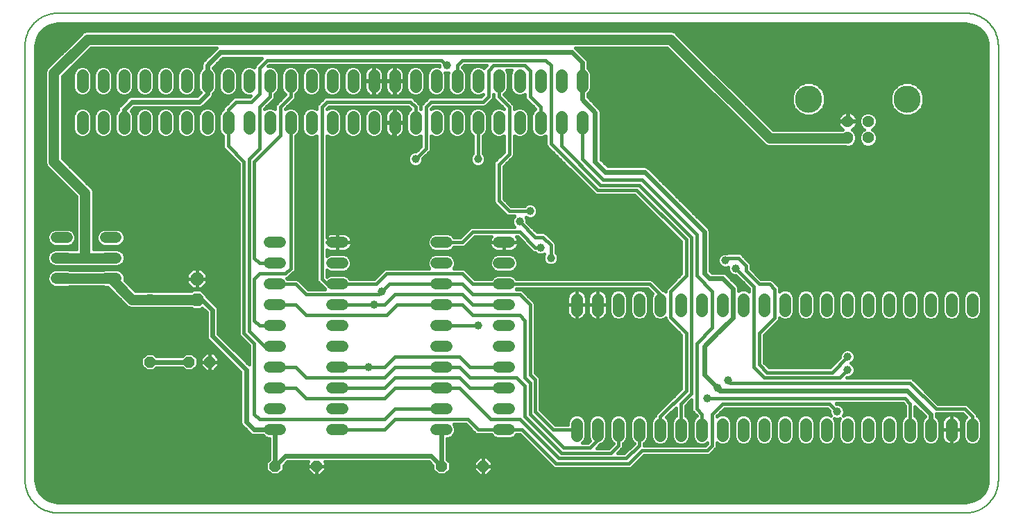
<source format=gbl>
G75*
%MOIN*%
%OFA0B0*%
%FSLAX25Y25*%
%IPPOS*%
%LPD*%
%AMOC8*
5,1,8,0,0,1.08239X$1,22.5*
%
%ADD10C,0.00600*%
%ADD11C,0.05650*%
%ADD12C,0.05200*%
%ADD13OC8,0.05200*%
%ADD14C,0.05543*%
%ADD15OC8,0.06200*%
%ADD16C,0.13055*%
%ADD17C,0.05622*%
%ADD18C,0.01600*%
%ADD19C,0.03962*%
%ADD20C,0.02400*%
%ADD21C,0.05000*%
D10*
X0025048Y0006800D02*
X0461052Y0006800D01*
X0461433Y0006805D01*
X0461813Y0006818D01*
X0462193Y0006841D01*
X0462572Y0006874D01*
X0462950Y0006915D01*
X0463327Y0006965D01*
X0463703Y0007025D01*
X0464078Y0007093D01*
X0464450Y0007171D01*
X0464821Y0007258D01*
X0465189Y0007353D01*
X0465555Y0007458D01*
X0465918Y0007571D01*
X0466279Y0007693D01*
X0466636Y0007823D01*
X0466990Y0007963D01*
X0467341Y0008110D01*
X0467688Y0008267D01*
X0468031Y0008431D01*
X0468370Y0008604D01*
X0468705Y0008785D01*
X0469036Y0008974D01*
X0469361Y0009171D01*
X0469682Y0009375D01*
X0469998Y0009588D01*
X0470308Y0009808D01*
X0470614Y0010035D01*
X0470913Y0010270D01*
X0471207Y0010512D01*
X0471495Y0010760D01*
X0471777Y0011016D01*
X0472052Y0011279D01*
X0472321Y0011548D01*
X0472584Y0011823D01*
X0472840Y0012105D01*
X0473088Y0012393D01*
X0473330Y0012687D01*
X0473565Y0012986D01*
X0473792Y0013292D01*
X0474012Y0013602D01*
X0474225Y0013918D01*
X0474429Y0014239D01*
X0474626Y0014564D01*
X0474815Y0014895D01*
X0474996Y0015230D01*
X0475169Y0015569D01*
X0475333Y0015912D01*
X0475490Y0016259D01*
X0475637Y0016610D01*
X0475777Y0016964D01*
X0475907Y0017321D01*
X0476029Y0017682D01*
X0476142Y0018045D01*
X0476247Y0018411D01*
X0476342Y0018779D01*
X0476429Y0019150D01*
X0476507Y0019522D01*
X0476575Y0019897D01*
X0476635Y0020273D01*
X0476685Y0020650D01*
X0476726Y0021028D01*
X0476759Y0021407D01*
X0476782Y0021787D01*
X0476795Y0022167D01*
X0476800Y0022548D01*
X0476800Y0231052D01*
X0476795Y0231433D01*
X0476782Y0231813D01*
X0476759Y0232193D01*
X0476726Y0232572D01*
X0476685Y0232950D01*
X0476635Y0233327D01*
X0476575Y0233703D01*
X0476507Y0234078D01*
X0476429Y0234450D01*
X0476342Y0234821D01*
X0476247Y0235189D01*
X0476142Y0235555D01*
X0476029Y0235918D01*
X0475907Y0236279D01*
X0475777Y0236636D01*
X0475637Y0236990D01*
X0475490Y0237341D01*
X0475333Y0237688D01*
X0475169Y0238031D01*
X0474996Y0238370D01*
X0474815Y0238705D01*
X0474626Y0239036D01*
X0474429Y0239361D01*
X0474225Y0239682D01*
X0474012Y0239998D01*
X0473792Y0240308D01*
X0473565Y0240614D01*
X0473330Y0240913D01*
X0473088Y0241207D01*
X0472840Y0241495D01*
X0472584Y0241777D01*
X0472321Y0242052D01*
X0472052Y0242321D01*
X0471777Y0242584D01*
X0471495Y0242840D01*
X0471207Y0243088D01*
X0470913Y0243330D01*
X0470614Y0243565D01*
X0470308Y0243792D01*
X0469998Y0244012D01*
X0469682Y0244225D01*
X0469361Y0244429D01*
X0469036Y0244626D01*
X0468705Y0244815D01*
X0468370Y0244996D01*
X0468031Y0245169D01*
X0467688Y0245333D01*
X0467341Y0245490D01*
X0466990Y0245637D01*
X0466636Y0245777D01*
X0466279Y0245907D01*
X0465918Y0246029D01*
X0465555Y0246142D01*
X0465189Y0246247D01*
X0464821Y0246342D01*
X0464450Y0246429D01*
X0464078Y0246507D01*
X0463703Y0246575D01*
X0463327Y0246635D01*
X0462950Y0246685D01*
X0462572Y0246726D01*
X0462193Y0246759D01*
X0461813Y0246782D01*
X0461433Y0246795D01*
X0461052Y0246800D01*
X0025048Y0246800D01*
X0024667Y0246795D01*
X0024287Y0246782D01*
X0023907Y0246759D01*
X0023528Y0246726D01*
X0023150Y0246685D01*
X0022773Y0246635D01*
X0022397Y0246575D01*
X0022022Y0246507D01*
X0021650Y0246429D01*
X0021279Y0246342D01*
X0020911Y0246247D01*
X0020545Y0246142D01*
X0020182Y0246029D01*
X0019821Y0245907D01*
X0019464Y0245777D01*
X0019110Y0245637D01*
X0018759Y0245490D01*
X0018412Y0245333D01*
X0018069Y0245169D01*
X0017730Y0244996D01*
X0017395Y0244815D01*
X0017064Y0244626D01*
X0016739Y0244429D01*
X0016418Y0244225D01*
X0016102Y0244012D01*
X0015792Y0243792D01*
X0015486Y0243565D01*
X0015187Y0243330D01*
X0014893Y0243088D01*
X0014605Y0242840D01*
X0014323Y0242584D01*
X0014048Y0242321D01*
X0013779Y0242052D01*
X0013516Y0241777D01*
X0013260Y0241495D01*
X0013012Y0241207D01*
X0012770Y0240913D01*
X0012535Y0240614D01*
X0012308Y0240308D01*
X0012088Y0239998D01*
X0011875Y0239682D01*
X0011671Y0239361D01*
X0011474Y0239036D01*
X0011285Y0238705D01*
X0011104Y0238370D01*
X0010931Y0238031D01*
X0010767Y0237688D01*
X0010610Y0237341D01*
X0010463Y0236990D01*
X0010323Y0236636D01*
X0010193Y0236279D01*
X0010071Y0235918D01*
X0009958Y0235555D01*
X0009853Y0235189D01*
X0009758Y0234821D01*
X0009671Y0234450D01*
X0009593Y0234078D01*
X0009525Y0233703D01*
X0009465Y0233327D01*
X0009415Y0232950D01*
X0009374Y0232572D01*
X0009341Y0232193D01*
X0009318Y0231813D01*
X0009305Y0231433D01*
X0009300Y0231052D01*
X0009300Y0022548D01*
X0009305Y0022167D01*
X0009318Y0021787D01*
X0009341Y0021407D01*
X0009374Y0021028D01*
X0009415Y0020650D01*
X0009465Y0020273D01*
X0009525Y0019897D01*
X0009593Y0019522D01*
X0009671Y0019150D01*
X0009758Y0018779D01*
X0009853Y0018411D01*
X0009958Y0018045D01*
X0010071Y0017682D01*
X0010193Y0017321D01*
X0010323Y0016964D01*
X0010463Y0016610D01*
X0010610Y0016259D01*
X0010767Y0015912D01*
X0010931Y0015569D01*
X0011104Y0015230D01*
X0011285Y0014895D01*
X0011474Y0014564D01*
X0011671Y0014239D01*
X0011875Y0013918D01*
X0012088Y0013602D01*
X0012308Y0013292D01*
X0012535Y0012986D01*
X0012770Y0012687D01*
X0013012Y0012393D01*
X0013260Y0012105D01*
X0013516Y0011823D01*
X0013779Y0011548D01*
X0014048Y0011279D01*
X0014323Y0011016D01*
X0014605Y0010760D01*
X0014893Y0010512D01*
X0015187Y0010270D01*
X0015486Y0010035D01*
X0015792Y0009808D01*
X0016102Y0009588D01*
X0016418Y0009375D01*
X0016739Y0009171D01*
X0017064Y0008974D01*
X0017395Y0008785D01*
X0017730Y0008604D01*
X0018069Y0008431D01*
X0018412Y0008267D01*
X0018759Y0008110D01*
X0019110Y0007963D01*
X0019464Y0007823D01*
X0019821Y0007693D01*
X0020182Y0007571D01*
X0020545Y0007458D01*
X0020911Y0007353D01*
X0021279Y0007258D01*
X0021650Y0007171D01*
X0022022Y0007093D01*
X0022397Y0007025D01*
X0022773Y0006965D01*
X0023150Y0006915D01*
X0023528Y0006874D01*
X0023907Y0006841D01*
X0024287Y0006818D01*
X0024667Y0006805D01*
X0025048Y0006800D01*
D11*
X0274300Y0043975D02*
X0274300Y0049625D01*
X0284300Y0049625D02*
X0284300Y0043975D01*
X0294300Y0043975D02*
X0294300Y0049625D01*
X0304300Y0049625D02*
X0304300Y0043975D01*
X0314300Y0043975D02*
X0314300Y0049625D01*
X0324300Y0049625D02*
X0324300Y0043975D01*
X0334300Y0043975D02*
X0334300Y0049625D01*
X0344300Y0049625D02*
X0344300Y0043975D01*
X0354300Y0043975D02*
X0354300Y0049625D01*
X0364300Y0049625D02*
X0364300Y0043975D01*
X0374300Y0043975D02*
X0374300Y0049625D01*
X0384300Y0049625D02*
X0384300Y0043975D01*
X0394300Y0043975D02*
X0394300Y0049625D01*
X0404300Y0049625D02*
X0404300Y0043975D01*
X0414300Y0043975D02*
X0414300Y0049625D01*
X0424300Y0049625D02*
X0424300Y0043975D01*
X0434300Y0043975D02*
X0434300Y0049625D01*
X0444300Y0049625D02*
X0444300Y0043975D01*
X0454300Y0043975D02*
X0454300Y0049625D01*
X0464300Y0049625D02*
X0464300Y0043975D01*
X0464300Y0103975D02*
X0464300Y0109625D01*
X0454300Y0109625D02*
X0454300Y0103975D01*
X0444300Y0103975D02*
X0444300Y0109625D01*
X0434300Y0109625D02*
X0434300Y0103975D01*
X0424300Y0103975D02*
X0424300Y0109625D01*
X0414300Y0109625D02*
X0414300Y0103975D01*
X0404300Y0103975D02*
X0404300Y0109625D01*
X0394300Y0109625D02*
X0394300Y0103975D01*
X0384300Y0103975D02*
X0384300Y0109625D01*
X0374300Y0109625D02*
X0374300Y0103975D01*
X0364300Y0103975D02*
X0364300Y0109625D01*
X0354300Y0109625D02*
X0354300Y0103975D01*
X0344300Y0103975D02*
X0344300Y0109625D01*
X0334300Y0109625D02*
X0334300Y0103975D01*
X0324300Y0103975D02*
X0324300Y0109625D01*
X0314300Y0109625D02*
X0314300Y0103975D01*
X0304300Y0103975D02*
X0304300Y0109625D01*
X0294300Y0109625D02*
X0294300Y0103975D01*
X0284300Y0103975D02*
X0284300Y0109625D01*
X0274300Y0109625D02*
X0274300Y0103975D01*
D12*
X0241900Y0106800D02*
X0236700Y0106800D01*
X0236700Y0096800D02*
X0241900Y0096800D01*
X0241900Y0086800D02*
X0236700Y0086800D01*
X0236700Y0076800D02*
X0241900Y0076800D01*
X0241900Y0066800D02*
X0236700Y0066800D01*
X0236700Y0056800D02*
X0241900Y0056800D01*
X0241900Y0046800D02*
X0236700Y0046800D01*
X0211900Y0046800D02*
X0206700Y0046800D01*
X0206700Y0056800D02*
X0211900Y0056800D01*
X0211900Y0066800D02*
X0206700Y0066800D01*
X0206700Y0076800D02*
X0211900Y0076800D01*
X0211900Y0086800D02*
X0206700Y0086800D01*
X0206700Y0096800D02*
X0211900Y0096800D01*
X0211900Y0106800D02*
X0206700Y0106800D01*
X0206700Y0116800D02*
X0211900Y0116800D01*
X0211900Y0126800D02*
X0206700Y0126800D01*
X0206700Y0136800D02*
X0211900Y0136800D01*
X0236700Y0136800D02*
X0241900Y0136800D01*
X0241900Y0126800D02*
X0236700Y0126800D01*
X0236700Y0116800D02*
X0241900Y0116800D01*
X0161900Y0116800D02*
X0156700Y0116800D01*
X0156700Y0106800D02*
X0161900Y0106800D01*
X0161900Y0096800D02*
X0156700Y0096800D01*
X0156700Y0086800D02*
X0161900Y0086800D01*
X0161900Y0076800D02*
X0156700Y0076800D01*
X0156700Y0066800D02*
X0161900Y0066800D01*
X0161900Y0056800D02*
X0156700Y0056800D01*
X0156700Y0046800D02*
X0161900Y0046800D01*
X0131900Y0046800D02*
X0126700Y0046800D01*
X0126700Y0056800D02*
X0131900Y0056800D01*
X0131900Y0066800D02*
X0126700Y0066800D01*
X0126700Y0076800D02*
X0131900Y0076800D01*
X0131900Y0086800D02*
X0126700Y0086800D01*
X0126700Y0096800D02*
X0131900Y0096800D01*
X0131900Y0106800D02*
X0126700Y0106800D01*
X0126700Y0116800D02*
X0131900Y0116800D01*
X0131900Y0126800D02*
X0126700Y0126800D01*
X0126700Y0136800D02*
X0131900Y0136800D01*
X0156700Y0136800D02*
X0161900Y0136800D01*
X0161900Y0126800D02*
X0156700Y0126800D01*
X0053075Y0129300D02*
X0047875Y0129300D01*
X0047875Y0139100D02*
X0053075Y0139100D01*
X0029475Y0139100D02*
X0024275Y0139100D01*
X0024275Y0129300D02*
X0029475Y0129300D01*
X0029475Y0119500D02*
X0024275Y0119500D01*
X0047875Y0119500D02*
X0053075Y0119500D01*
D13*
X0069300Y0109300D03*
X0069300Y0079300D03*
X0088050Y0079300D03*
X0098050Y0079300D03*
X0129300Y0029300D03*
X0149300Y0029300D03*
X0209300Y0029300D03*
X0229300Y0029300D03*
D14*
X0226800Y0191528D02*
X0226800Y0197072D01*
X0216800Y0197072D02*
X0216800Y0191528D01*
X0206800Y0191528D02*
X0206800Y0197072D01*
X0196800Y0197072D02*
X0196800Y0191528D01*
X0186800Y0191528D02*
X0186800Y0197072D01*
X0176800Y0197072D02*
X0176800Y0191528D01*
X0166800Y0191528D02*
X0166800Y0197072D01*
X0156800Y0197072D02*
X0156800Y0191528D01*
X0146800Y0191528D02*
X0146800Y0197072D01*
X0136800Y0197072D02*
X0136800Y0191528D01*
X0126800Y0191528D02*
X0126800Y0197072D01*
X0116800Y0197072D02*
X0116800Y0191528D01*
X0106800Y0191528D02*
X0106800Y0197072D01*
X0096800Y0197072D02*
X0096800Y0191528D01*
X0086800Y0191528D02*
X0086800Y0197072D01*
X0076800Y0197072D02*
X0076800Y0191528D01*
X0066800Y0191528D02*
X0066800Y0197072D01*
X0056800Y0197072D02*
X0056800Y0191528D01*
X0046800Y0191528D02*
X0046800Y0197072D01*
X0036800Y0197072D02*
X0036800Y0191528D01*
X0036800Y0211528D02*
X0036800Y0217072D01*
X0046800Y0217072D02*
X0046800Y0211528D01*
X0056800Y0211528D02*
X0056800Y0217072D01*
X0066800Y0217072D02*
X0066800Y0211528D01*
X0076800Y0211528D02*
X0076800Y0217072D01*
X0086800Y0217072D02*
X0086800Y0211528D01*
X0096800Y0211528D02*
X0096800Y0217072D01*
X0106800Y0217072D02*
X0106800Y0211528D01*
X0116800Y0211528D02*
X0116800Y0217072D01*
X0126800Y0217072D02*
X0126800Y0211528D01*
X0136800Y0211528D02*
X0136800Y0217072D01*
X0146800Y0217072D02*
X0146800Y0211528D01*
X0156800Y0211528D02*
X0156800Y0217072D01*
X0166800Y0217072D02*
X0166800Y0211528D01*
X0176800Y0211528D02*
X0176800Y0217072D01*
X0186800Y0217072D02*
X0186800Y0211528D01*
X0196800Y0211528D02*
X0196800Y0217072D01*
X0206800Y0217072D02*
X0206800Y0211528D01*
X0216800Y0211528D02*
X0216800Y0217072D01*
X0226800Y0217072D02*
X0226800Y0211528D01*
X0236800Y0211528D02*
X0236800Y0217072D01*
X0246800Y0217072D02*
X0246800Y0211528D01*
X0256800Y0211528D02*
X0256800Y0217072D01*
X0266800Y0217072D02*
X0266800Y0211528D01*
X0276800Y0211528D02*
X0276800Y0217072D01*
X0276800Y0197072D02*
X0276800Y0191528D01*
X0266800Y0191528D02*
X0266800Y0197072D01*
X0256800Y0197072D02*
X0256800Y0191528D01*
X0246800Y0191528D02*
X0246800Y0197072D01*
X0236800Y0197072D02*
X0236800Y0191528D01*
D15*
X0091800Y0119300D03*
X0091800Y0109300D03*
D16*
X0385599Y0205550D03*
X0433001Y0205550D03*
D17*
X0414221Y0194881D03*
X0404379Y0194881D03*
X0404379Y0187007D03*
X0414221Y0187007D03*
D18*
X0020973Y0012711D02*
X0018566Y0014100D01*
X0016600Y0016066D01*
X0015211Y0018473D01*
X0014491Y0021158D01*
X0014400Y0022548D01*
X0014400Y0023562D01*
X0014400Y0231052D01*
X0014491Y0232442D01*
X0015211Y0235127D01*
X0016600Y0237534D01*
X0018566Y0239500D01*
X0020973Y0240889D01*
X0023658Y0241609D01*
X0025048Y0241700D01*
X0461052Y0241700D01*
X0462442Y0241609D01*
X0465127Y0240889D01*
X0467534Y0239500D01*
X0469500Y0237534D01*
X0470889Y0235127D01*
X0471609Y0232442D01*
X0471700Y0231052D01*
X0471700Y0022548D01*
X0471609Y0021158D01*
X0470889Y0018473D01*
X0469500Y0016066D01*
X0467534Y0014100D01*
X0465127Y0012711D01*
X0462442Y0011991D01*
X0461052Y0011900D01*
X0025048Y0011900D01*
X0023658Y0011991D01*
X0020973Y0012711D01*
X0019741Y0013422D02*
X0466359Y0013422D01*
X0468454Y0015020D02*
X0017646Y0015020D01*
X0016281Y0016619D02*
X0469819Y0016619D01*
X0470742Y0018217D02*
X0015358Y0018217D01*
X0014851Y0019816D02*
X0471249Y0019816D01*
X0471626Y0021414D02*
X0014474Y0021414D01*
X0014400Y0023013D02*
X0471700Y0023013D01*
X0471700Y0024611D02*
X0014400Y0024611D01*
X0014400Y0026210D02*
X0126450Y0026210D01*
X0127560Y0025100D02*
X0131040Y0025100D01*
X0133500Y0027560D01*
X0133500Y0029540D01*
X0135460Y0031500D01*
X0145277Y0031500D01*
X0144900Y0031123D01*
X0144900Y0029300D01*
X0149300Y0029300D01*
X0139300Y0029300D01*
X0134300Y0024300D01*
X0124300Y0024300D01*
X0110550Y0038050D01*
X0110550Y0073050D01*
X0104300Y0079300D01*
X0098050Y0079300D01*
X0102450Y0079300D01*
X0102450Y0081123D01*
X0099873Y0083700D01*
X0098050Y0083700D01*
X0098050Y0079300D01*
X0098050Y0079300D01*
X0098050Y0079300D01*
X0102450Y0079300D01*
X0102450Y0077477D01*
X0099873Y0074900D01*
X0098050Y0074900D01*
X0098050Y0079300D01*
X0098050Y0079300D01*
X0098050Y0079300D01*
X0093650Y0079300D01*
X0093650Y0081123D01*
X0096227Y0083700D01*
X0098050Y0083700D01*
X0098050Y0079300D01*
X0098050Y0074900D01*
X0096227Y0074900D01*
X0093650Y0077477D01*
X0093650Y0079300D01*
X0098050Y0079300D01*
X0098050Y0078961D02*
X0098050Y0078961D01*
X0098050Y0080559D02*
X0098050Y0080559D01*
X0098050Y0082158D02*
X0098050Y0082158D01*
X0101415Y0082158D02*
X0104982Y0082158D01*
X0103384Y0083756D02*
X0014400Y0083756D01*
X0014400Y0082158D02*
X0066218Y0082158D01*
X0065100Y0081040D02*
X0065100Y0077560D01*
X0067560Y0075100D01*
X0071040Y0075100D01*
X0072440Y0076500D01*
X0084910Y0076500D01*
X0086310Y0075100D01*
X0089790Y0075100D01*
X0092250Y0077560D01*
X0092250Y0081040D01*
X0089790Y0083500D01*
X0086310Y0083500D01*
X0084910Y0082100D01*
X0072440Y0082100D01*
X0071040Y0083500D01*
X0067560Y0083500D01*
X0065100Y0081040D01*
X0065100Y0080559D02*
X0014400Y0080559D01*
X0014400Y0078961D02*
X0065100Y0078961D01*
X0065298Y0077362D02*
X0014400Y0077362D01*
X0014400Y0075764D02*
X0066897Y0075764D01*
X0071703Y0075764D02*
X0085647Y0075764D01*
X0090453Y0075764D02*
X0095364Y0075764D01*
X0093765Y0077362D02*
X0092052Y0077362D01*
X0092250Y0078961D02*
X0093650Y0078961D01*
X0093650Y0080559D02*
X0092250Y0080559D01*
X0091132Y0082158D02*
X0094685Y0082158D01*
X0098050Y0077362D02*
X0098050Y0077362D01*
X0098050Y0075764D02*
X0098050Y0075764D01*
X0100736Y0075764D02*
X0111377Y0075764D01*
X0112750Y0074390D02*
X0112750Y0049993D01*
X0113176Y0048964D01*
X0113964Y0048176D01*
X0117714Y0044426D01*
X0118743Y0044000D01*
X0123560Y0044000D01*
X0124321Y0043239D01*
X0125865Y0042600D01*
X0126500Y0042600D01*
X0126500Y0032440D01*
X0125100Y0031040D01*
X0125100Y0027560D01*
X0127560Y0025100D01*
X0125100Y0027808D02*
X0014400Y0027808D01*
X0014400Y0029407D02*
X0125100Y0029407D01*
X0125100Y0031005D02*
X0014400Y0031005D01*
X0014400Y0032604D02*
X0126500Y0032604D01*
X0126500Y0034202D02*
X0014400Y0034202D01*
X0014400Y0035801D02*
X0126500Y0035801D01*
X0126500Y0037399D02*
X0014400Y0037399D01*
X0014400Y0038998D02*
X0126500Y0038998D01*
X0126500Y0040596D02*
X0014400Y0040596D01*
X0014400Y0042195D02*
X0126500Y0042195D01*
X0123767Y0043793D02*
X0014400Y0043793D01*
X0014400Y0045392D02*
X0116748Y0045392D01*
X0115150Y0046990D02*
X0014400Y0046990D01*
X0014400Y0048589D02*
X0113551Y0048589D01*
X0112750Y0050187D02*
X0014400Y0050187D01*
X0014400Y0051786D02*
X0112750Y0051786D01*
X0112750Y0053384D02*
X0014400Y0053384D01*
X0014400Y0054983D02*
X0112750Y0054983D01*
X0112750Y0056582D02*
X0014400Y0056582D01*
X0014400Y0058180D02*
X0112750Y0058180D01*
X0112750Y0059779D02*
X0014400Y0059779D01*
X0014400Y0061377D02*
X0112750Y0061377D01*
X0112750Y0062976D02*
X0014400Y0062976D01*
X0014400Y0064574D02*
X0112750Y0064574D01*
X0112750Y0066173D02*
X0014400Y0066173D01*
X0014400Y0067771D02*
X0112750Y0067771D01*
X0112750Y0069370D02*
X0014400Y0069370D01*
X0014400Y0070968D02*
X0112750Y0070968D01*
X0112750Y0072567D02*
X0014400Y0072567D01*
X0014400Y0074165D02*
X0112750Y0074165D01*
X0112750Y0074390D02*
X0097714Y0089426D01*
X0096926Y0090214D01*
X0096500Y0091243D01*
X0096500Y0103140D01*
X0094393Y0105247D01*
X0093747Y0104600D01*
X0089853Y0104600D01*
X0089253Y0105200D01*
X0071140Y0105200D01*
X0071040Y0105100D01*
X0067560Y0105100D01*
X0067460Y0105200D01*
X0059859Y0105200D01*
X0058353Y0105824D01*
X0048877Y0115300D01*
X0047040Y0115300D01*
X0046798Y0115400D01*
X0030552Y0115400D01*
X0030310Y0115300D01*
X0023440Y0115300D01*
X0021896Y0115939D01*
X0020714Y0117121D01*
X0020075Y0118665D01*
X0020075Y0120335D01*
X0020714Y0121879D01*
X0021896Y0123061D01*
X0023440Y0123700D01*
X0030310Y0123700D01*
X0030552Y0123600D01*
X0046798Y0123600D01*
X0047040Y0123700D01*
X0053910Y0123700D01*
X0055454Y0123061D01*
X0056636Y0121879D01*
X0057275Y0120335D01*
X0057275Y0118665D01*
X0057226Y0118547D01*
X0062373Y0113400D01*
X0067460Y0113400D01*
X0067560Y0113500D01*
X0071040Y0113500D01*
X0071140Y0113400D01*
X0089253Y0113400D01*
X0089853Y0114000D01*
X0093747Y0114000D01*
X0096500Y0111247D01*
X0096500Y0111060D01*
X0096674Y0110886D01*
X0101674Y0105886D01*
X0102100Y0104857D01*
X0102100Y0092960D01*
X0116900Y0078160D01*
X0116900Y0087056D01*
X0112941Y0091015D01*
X0112265Y0091691D01*
X0111900Y0092573D01*
X0111900Y0174556D01*
X0105441Y0181015D01*
X0104765Y0181691D01*
X0104400Y0182573D01*
X0104400Y0187791D01*
X0104324Y0187822D01*
X0103094Y0189052D01*
X0102428Y0190659D01*
X0102428Y0197941D01*
X0103094Y0199548D01*
X0104324Y0200778D01*
X0104400Y0200809D01*
X0104400Y0201027D01*
X0104765Y0201909D01*
X0105441Y0202585D01*
X0109191Y0206335D01*
X0110073Y0206700D01*
X0117056Y0206700D01*
X0117513Y0207157D01*
X0115930Y0207157D01*
X0114324Y0207822D01*
X0113094Y0209052D01*
X0112428Y0210659D01*
X0112428Y0217941D01*
X0113094Y0219548D01*
X0114324Y0220778D01*
X0115930Y0221443D01*
X0117670Y0221443D01*
X0119276Y0220778D01*
X0119400Y0220654D01*
X0119400Y0221027D01*
X0119765Y0221909D01*
X0123106Y0225250D01*
X0104210Y0225250D01*
X0099600Y0220640D01*
X0099600Y0220454D01*
X0100506Y0219548D01*
X0101172Y0217941D01*
X0101172Y0210659D01*
X0100506Y0209052D01*
X0099600Y0208146D01*
X0099600Y0207493D01*
X0099174Y0206464D01*
X0094636Y0201926D01*
X0093607Y0201500D01*
X0061710Y0201500D01*
X0060132Y0199922D01*
X0060506Y0199548D01*
X0061172Y0197941D01*
X0061172Y0190659D01*
X0060506Y0189052D01*
X0059276Y0187822D01*
X0057670Y0187157D01*
X0055930Y0187157D01*
X0054324Y0187822D01*
X0053094Y0189052D01*
X0052428Y0190659D01*
X0052428Y0197941D01*
X0053094Y0199548D01*
X0054000Y0200454D01*
X0054000Y0201107D01*
X0054426Y0202136D01*
X0055214Y0202924D01*
X0055214Y0202924D01*
X0058964Y0206674D01*
X0059993Y0207100D01*
X0091890Y0207100D01*
X0093468Y0208678D01*
X0093094Y0209052D01*
X0092428Y0210659D01*
X0092428Y0217941D01*
X0093094Y0219548D01*
X0094000Y0220454D01*
X0094000Y0222357D01*
X0094426Y0223386D01*
X0100676Y0229636D01*
X0101240Y0230200D01*
X0040998Y0230200D01*
X0027150Y0216352D01*
X0027150Y0177248D01*
X0041526Y0162872D01*
X0042150Y0161366D01*
X0042150Y0133400D01*
X0046798Y0133400D01*
X0047040Y0133500D01*
X0053910Y0133500D01*
X0055454Y0132861D01*
X0056636Y0131679D01*
X0057275Y0130135D01*
X0057275Y0128465D01*
X0056636Y0126921D01*
X0055454Y0125739D01*
X0053910Y0125100D01*
X0047040Y0125100D01*
X0046798Y0125200D01*
X0030552Y0125200D01*
X0030310Y0125100D01*
X0023440Y0125100D01*
X0021896Y0125739D01*
X0020714Y0126921D01*
X0020075Y0128465D01*
X0020075Y0130135D01*
X0020714Y0131679D01*
X0021896Y0132861D01*
X0023440Y0133500D01*
X0030310Y0133500D01*
X0030552Y0133400D01*
X0033950Y0133400D01*
X0033950Y0158852D01*
X0019574Y0173228D01*
X0018950Y0174734D01*
X0018950Y0218866D01*
X0019574Y0220372D01*
X0020728Y0221526D01*
X0035824Y0236622D01*
X0035824Y0236622D01*
X0036978Y0237776D01*
X0038484Y0238400D01*
X0320116Y0238400D01*
X0321622Y0237776D01*
X0322776Y0236622D01*
X0322776Y0236622D01*
X0368498Y0190900D01*
X0402035Y0190900D01*
X0401962Y0190937D01*
X0401375Y0191364D01*
X0400862Y0191877D01*
X0400435Y0192464D01*
X0400106Y0193111D01*
X0399881Y0193801D01*
X0399768Y0194518D01*
X0399768Y0194775D01*
X0404273Y0194775D01*
X0404273Y0194986D01*
X0399768Y0194986D01*
X0399768Y0195244D01*
X0399881Y0195960D01*
X0400106Y0196651D01*
X0400435Y0197297D01*
X0400862Y0197885D01*
X0401375Y0198398D01*
X0401962Y0198824D01*
X0402609Y0199154D01*
X0403299Y0199378D01*
X0404016Y0199492D01*
X0404273Y0199492D01*
X0404273Y0194986D01*
X0404484Y0194986D01*
X0404484Y0199492D01*
X0404742Y0199492D01*
X0405458Y0199378D01*
X0406149Y0199154D01*
X0406795Y0198824D01*
X0407383Y0198398D01*
X0407896Y0197885D01*
X0408322Y0197297D01*
X0408652Y0196651D01*
X0408876Y0195960D01*
X0408990Y0195244D01*
X0408990Y0194986D01*
X0404484Y0194986D01*
X0404484Y0194775D01*
X0408990Y0194775D01*
X0408990Y0194518D01*
X0408876Y0193801D01*
X0408652Y0193111D01*
X0408322Y0192464D01*
X0407896Y0191877D01*
X0407383Y0191364D01*
X0406795Y0190937D01*
X0406626Y0190850D01*
X0406877Y0190746D01*
X0408118Y0189505D01*
X0408790Y0187884D01*
X0408790Y0186129D01*
X0408118Y0184508D01*
X0406877Y0183267D01*
X0405256Y0182596D01*
X0403501Y0182596D01*
X0403249Y0182700D01*
X0365984Y0182700D01*
X0364478Y0183324D01*
X0317602Y0230200D01*
X0273610Y0230200D01*
X0278386Y0225424D01*
X0279174Y0224636D01*
X0279600Y0223607D01*
X0279600Y0220454D01*
X0280506Y0219548D01*
X0281172Y0217941D01*
X0281172Y0210659D01*
X0280506Y0209052D01*
X0279600Y0208146D01*
X0279600Y0206710D01*
X0285424Y0200886D01*
X0285850Y0199857D01*
X0285850Y0176710D01*
X0289210Y0173350D01*
X0307357Y0173350D01*
X0308386Y0172924D01*
X0309174Y0172136D01*
X0337924Y0143386D01*
X0338350Y0142357D01*
X0338350Y0123085D01*
X0339210Y0122225D01*
X0344857Y0122225D01*
X0345886Y0121799D01*
X0346674Y0121011D01*
X0351674Y0116011D01*
X0352100Y0114982D01*
X0352100Y0113503D01*
X0353420Y0114050D01*
X0355180Y0114050D01*
X0356807Y0113376D01*
X0356900Y0113283D01*
X0356900Y0114556D01*
X0350737Y0120719D01*
X0349838Y0120719D01*
X0348521Y0121264D01*
X0347514Y0122271D01*
X0346969Y0123588D01*
X0346969Y0124762D01*
X0346262Y0124469D01*
X0344838Y0124469D01*
X0343521Y0125014D01*
X0342514Y0126021D01*
X0341969Y0127338D01*
X0341969Y0128762D01*
X0342514Y0130079D01*
X0343521Y0131086D01*
X0344838Y0131631D01*
X0346156Y0131631D01*
X0346323Y0131700D01*
X0352277Y0131700D01*
X0353159Y0131335D01*
X0356909Y0127585D01*
X0357585Y0126909D01*
X0357950Y0126027D01*
X0357950Y0124044D01*
X0362794Y0119200D01*
X0367277Y0119200D01*
X0368159Y0118835D01*
X0370659Y0116335D01*
X0371335Y0115659D01*
X0371700Y0114777D01*
X0371700Y0113283D01*
X0371793Y0113376D01*
X0373420Y0114050D01*
X0375180Y0114050D01*
X0376807Y0113376D01*
X0378051Y0112132D01*
X0378725Y0110505D01*
X0378725Y0103095D01*
X0378051Y0101468D01*
X0376807Y0100224D01*
X0375180Y0099550D01*
X0373420Y0099550D01*
X0371793Y0100224D01*
X0371700Y0100317D01*
X0371700Y0100073D01*
X0371335Y0099191D01*
X0364200Y0092056D01*
X0364200Y0079044D01*
X0366544Y0076700D01*
X0395806Y0076700D01*
X0400719Y0081613D01*
X0400719Y0082512D01*
X0401264Y0083829D01*
X0402271Y0084836D01*
X0403588Y0085381D01*
X0405012Y0085381D01*
X0406329Y0084836D01*
X0407336Y0083829D01*
X0407881Y0082512D01*
X0407881Y0081088D01*
X0407336Y0079771D01*
X0406329Y0078764D01*
X0406113Y0078675D01*
X0406329Y0078586D01*
X0407336Y0077579D01*
X0407881Y0076262D01*
X0407881Y0074838D01*
X0407336Y0073521D01*
X0406329Y0072514D01*
X0405012Y0071969D01*
X0404113Y0071969D01*
X0403844Y0071700D01*
X0434777Y0071700D01*
X0435659Y0071335D01*
X0436335Y0070659D01*
X0447794Y0059200D01*
X0461027Y0059200D01*
X0461909Y0058835D01*
X0462585Y0058159D01*
X0466335Y0054409D01*
X0466700Y0053527D01*
X0466700Y0053420D01*
X0466807Y0053376D01*
X0468051Y0052132D01*
X0468725Y0050505D01*
X0468725Y0043095D01*
X0468051Y0041468D01*
X0466807Y0040224D01*
X0465180Y0039550D01*
X0463420Y0039550D01*
X0461793Y0040224D01*
X0460549Y0041468D01*
X0459875Y0043095D01*
X0459875Y0050505D01*
X0460549Y0052132D01*
X0461187Y0052769D01*
X0459556Y0054400D01*
X0447100Y0054400D01*
X0447100Y0053083D01*
X0448051Y0052132D01*
X0448725Y0050505D01*
X0448725Y0043095D01*
X0448051Y0041468D01*
X0446807Y0040224D01*
X0445180Y0039550D01*
X0443420Y0039550D01*
X0441793Y0040224D01*
X0440549Y0041468D01*
X0439875Y0043095D01*
X0439875Y0050505D01*
X0440549Y0052132D01*
X0441500Y0053083D01*
X0441500Y0053140D01*
X0436700Y0057940D01*
X0436700Y0053420D01*
X0436807Y0053376D01*
X0438051Y0052132D01*
X0438725Y0050505D01*
X0438725Y0043095D01*
X0438051Y0041468D01*
X0436807Y0040224D01*
X0435180Y0039550D01*
X0433420Y0039550D01*
X0431793Y0040224D01*
X0430549Y0041468D01*
X0429875Y0043095D01*
X0429875Y0050505D01*
X0430549Y0052132D01*
X0431793Y0053376D01*
X0431900Y0053420D01*
X0431900Y0058306D01*
X0430806Y0059400D01*
X0398844Y0059400D01*
X0399113Y0059131D01*
X0400012Y0059131D01*
X0401329Y0058586D01*
X0402336Y0057579D01*
X0402881Y0056262D01*
X0402881Y0054838D01*
X0402376Y0053617D01*
X0403420Y0054050D01*
X0405180Y0054050D01*
X0406807Y0053376D01*
X0408051Y0052132D01*
X0408725Y0050505D01*
X0408725Y0043095D01*
X0408051Y0041468D01*
X0406807Y0040224D01*
X0405180Y0039550D01*
X0403420Y0039550D01*
X0401793Y0040224D01*
X0400549Y0041468D01*
X0399875Y0043095D01*
X0399875Y0050505D01*
X0400549Y0052132D01*
X0400650Y0052233D01*
X0400012Y0051969D01*
X0398588Y0051969D01*
X0397950Y0052233D01*
X0398051Y0052132D01*
X0398725Y0050505D01*
X0398725Y0043095D01*
X0398051Y0041468D01*
X0396807Y0040224D01*
X0395180Y0039550D01*
X0393420Y0039550D01*
X0391793Y0040224D01*
X0390549Y0041468D01*
X0389875Y0043095D01*
X0389875Y0050505D01*
X0390549Y0052132D01*
X0391793Y0053376D01*
X0393420Y0054050D01*
X0395180Y0054050D01*
X0396224Y0053617D01*
X0395719Y0054838D01*
X0395719Y0055737D01*
X0394556Y0056900D01*
X0345294Y0056900D01*
X0341700Y0053306D01*
X0341700Y0053283D01*
X0341793Y0053376D01*
X0343420Y0054050D01*
X0345180Y0054050D01*
X0346807Y0053376D01*
X0348051Y0052132D01*
X0348725Y0050505D01*
X0348725Y0043095D01*
X0348051Y0041468D01*
X0346807Y0040224D01*
X0345180Y0039550D01*
X0343420Y0039550D01*
X0341793Y0040224D01*
X0341700Y0040317D01*
X0341700Y0038823D01*
X0341335Y0037941D01*
X0340659Y0037265D01*
X0340659Y0037265D01*
X0338159Y0034765D01*
X0337277Y0034400D01*
X0306544Y0034400D01*
X0301335Y0029191D01*
X0301335Y0029191D01*
X0300659Y0028515D01*
X0299777Y0028150D01*
X0263823Y0028150D01*
X0262941Y0028515D01*
X0262265Y0029191D01*
X0247056Y0044400D01*
X0245440Y0044400D01*
X0244279Y0043239D01*
X0242735Y0042600D01*
X0235865Y0042600D01*
X0234321Y0043239D01*
X0233160Y0044400D01*
X0226323Y0044400D01*
X0225441Y0044765D01*
X0224765Y0045441D01*
X0220806Y0049400D01*
X0215240Y0049400D01*
X0215461Y0049179D01*
X0216100Y0047635D01*
X0216100Y0045965D01*
X0215461Y0044421D01*
X0214279Y0043239D01*
X0212735Y0042600D01*
X0212100Y0042600D01*
X0212100Y0032440D01*
X0213500Y0031040D01*
X0213500Y0027560D01*
X0211040Y0025100D01*
X0207560Y0025100D01*
X0205100Y0027560D01*
X0205100Y0029540D01*
X0203140Y0031500D01*
X0153323Y0031500D01*
X0153700Y0031123D01*
X0153700Y0029300D01*
X0149300Y0029300D01*
X0201800Y0029300D01*
X0206800Y0024300D01*
X0214300Y0024300D01*
X0219300Y0029300D01*
X0229300Y0029300D01*
X0261800Y0029300D01*
X0263050Y0028050D01*
X0300550Y0028050D01*
X0306800Y0034300D01*
X0338050Y0034300D01*
X0341800Y0038050D01*
X0451800Y0038050D01*
X0454300Y0040550D01*
X0454300Y0046800D01*
X0454412Y0046913D02*
X0454187Y0046913D01*
X0454187Y0054250D01*
X0453936Y0054250D01*
X0453217Y0054136D01*
X0452525Y0053911D01*
X0451876Y0053581D01*
X0451287Y0053153D01*
X0450772Y0052638D01*
X0450344Y0052049D01*
X0450014Y0051400D01*
X0449789Y0050708D01*
X0449675Y0049989D01*
X0449675Y0046912D01*
X0454187Y0046912D01*
X0454187Y0046687D01*
X0449675Y0046687D01*
X0449675Y0043611D01*
X0449789Y0042892D01*
X0450014Y0042200D01*
X0450344Y0041551D01*
X0450772Y0040962D01*
X0451287Y0040447D01*
X0451876Y0040019D01*
X0452525Y0039689D01*
X0453217Y0039464D01*
X0453936Y0039350D01*
X0454187Y0039350D01*
X0454187Y0046687D01*
X0454412Y0046687D01*
X0454412Y0039350D01*
X0454664Y0039350D01*
X0455383Y0039464D01*
X0456075Y0039689D01*
X0456724Y0040019D01*
X0457313Y0040447D01*
X0457828Y0040962D01*
X0458256Y0041551D01*
X0458586Y0042200D01*
X0458811Y0042892D01*
X0458925Y0043611D01*
X0458925Y0046687D01*
X0454413Y0046687D01*
X0454413Y0046912D01*
X0458925Y0046912D01*
X0458925Y0049989D01*
X0458811Y0050708D01*
X0458586Y0051400D01*
X0458256Y0052049D01*
X0457828Y0052638D01*
X0457313Y0053153D01*
X0456724Y0053581D01*
X0456075Y0053911D01*
X0455383Y0054136D01*
X0454664Y0054250D01*
X0454412Y0054250D01*
X0454412Y0046913D01*
X0454412Y0046990D02*
X0454187Y0046990D01*
X0454187Y0045392D02*
X0454412Y0045392D01*
X0454412Y0043793D02*
X0454187Y0043793D01*
X0454187Y0042195D02*
X0454412Y0042195D01*
X0454412Y0040596D02*
X0454187Y0040596D01*
X0451138Y0040596D02*
X0447179Y0040596D01*
X0448352Y0042195D02*
X0450016Y0042195D01*
X0449675Y0043793D02*
X0448725Y0043793D01*
X0448725Y0045392D02*
X0449675Y0045392D01*
X0449675Y0046990D02*
X0448725Y0046990D01*
X0448725Y0048589D02*
X0449675Y0048589D01*
X0449706Y0050187D02*
X0448725Y0050187D01*
X0448194Y0051786D02*
X0450210Y0051786D01*
X0451606Y0053384D02*
X0447100Y0053384D01*
X0446800Y0056800D02*
X0434300Y0069300D01*
X0348050Y0069300D01*
X0346800Y0070550D01*
X0359300Y0076800D02*
X0364300Y0071800D01*
X0400550Y0071800D01*
X0404300Y0075550D01*
X0407603Y0074165D02*
X0471700Y0074165D01*
X0471700Y0072567D02*
X0406381Y0072567D01*
X0407881Y0075764D02*
X0471700Y0075764D01*
X0471700Y0077362D02*
X0407426Y0077362D01*
X0406525Y0078961D02*
X0471700Y0078961D01*
X0471700Y0080559D02*
X0407662Y0080559D01*
X0407881Y0082158D02*
X0471700Y0082158D01*
X0471700Y0083756D02*
X0407366Y0083756D01*
X0405076Y0085355D02*
X0471700Y0085355D01*
X0471700Y0086953D02*
X0364200Y0086953D01*
X0364200Y0085355D02*
X0403524Y0085355D01*
X0401234Y0083756D02*
X0364200Y0083756D01*
X0364200Y0082158D02*
X0400719Y0082158D01*
X0399665Y0080559D02*
X0364200Y0080559D01*
X0364283Y0078961D02*
X0398067Y0078961D01*
X0396468Y0077362D02*
X0365882Y0077362D01*
X0365550Y0074300D02*
X0361800Y0078050D01*
X0361800Y0093050D01*
X0369300Y0100550D01*
X0369300Y0114300D01*
X0366800Y0116800D01*
X0361800Y0116800D01*
X0355550Y0123050D01*
X0355550Y0125550D01*
X0351800Y0129300D01*
X0346800Y0129300D01*
X0345550Y0128050D01*
X0342144Y0126916D02*
X0338350Y0126916D01*
X0338350Y0125318D02*
X0343218Y0125318D01*
X0341969Y0128515D02*
X0338350Y0128515D01*
X0338350Y0130113D02*
X0342549Y0130113D01*
X0338350Y0131712D02*
X0471700Y0131712D01*
X0471700Y0133310D02*
X0338350Y0133310D01*
X0338350Y0134909D02*
X0471700Y0134909D01*
X0471700Y0136507D02*
X0338350Y0136507D01*
X0338350Y0138106D02*
X0471700Y0138106D01*
X0471700Y0139704D02*
X0338350Y0139704D01*
X0338350Y0141303D02*
X0471700Y0141303D01*
X0471700Y0142901D02*
X0338125Y0142901D01*
X0336810Y0144500D02*
X0471700Y0144500D01*
X0471700Y0146098D02*
X0335212Y0146098D01*
X0333613Y0147697D02*
X0471700Y0147697D01*
X0471700Y0149295D02*
X0332015Y0149295D01*
X0330416Y0150894D02*
X0471700Y0150894D01*
X0471700Y0152492D02*
X0328818Y0152492D01*
X0327219Y0154091D02*
X0471700Y0154091D01*
X0471700Y0155689D02*
X0325621Y0155689D01*
X0324022Y0157288D02*
X0471700Y0157288D01*
X0471700Y0158886D02*
X0322424Y0158886D01*
X0320825Y0160485D02*
X0471700Y0160485D01*
X0471700Y0162083D02*
X0319227Y0162083D01*
X0317628Y0163682D02*
X0471700Y0163682D01*
X0471700Y0165280D02*
X0316029Y0165280D01*
X0314431Y0166879D02*
X0471700Y0166879D01*
X0471700Y0168477D02*
X0312832Y0168477D01*
X0311234Y0170076D02*
X0471700Y0170076D01*
X0471700Y0171674D02*
X0309635Y0171674D01*
X0307543Y0173273D02*
X0471700Y0173273D01*
X0471700Y0174871D02*
X0287688Y0174871D01*
X0286090Y0176470D02*
X0471700Y0176470D01*
X0471700Y0178068D02*
X0285850Y0178068D01*
X0285850Y0179667D02*
X0471700Y0179667D01*
X0471700Y0181265D02*
X0285850Y0181265D01*
X0285850Y0182864D02*
X0365589Y0182864D01*
X0363339Y0184462D02*
X0285850Y0184462D01*
X0285850Y0186061D02*
X0361741Y0186061D01*
X0360142Y0187659D02*
X0285850Y0187659D01*
X0285850Y0189258D02*
X0358544Y0189258D01*
X0356945Y0190856D02*
X0285850Y0190856D01*
X0285850Y0192455D02*
X0355347Y0192455D01*
X0353748Y0194053D02*
X0285850Y0194053D01*
X0285850Y0195652D02*
X0352150Y0195652D01*
X0350551Y0197251D02*
X0285850Y0197251D01*
X0285850Y0198849D02*
X0348953Y0198849D01*
X0347354Y0200448D02*
X0285605Y0200448D01*
X0284264Y0202046D02*
X0345756Y0202046D01*
X0344157Y0203645D02*
X0282665Y0203645D01*
X0281067Y0205243D02*
X0342559Y0205243D01*
X0340960Y0206842D02*
X0279600Y0206842D01*
X0279894Y0208440D02*
X0339362Y0208440D01*
X0337763Y0210039D02*
X0280915Y0210039D01*
X0281172Y0211637D02*
X0336165Y0211637D01*
X0334566Y0213236D02*
X0281172Y0213236D01*
X0281172Y0214834D02*
X0332968Y0214834D01*
X0331369Y0216433D02*
X0281172Y0216433D01*
X0281134Y0218031D02*
X0329771Y0218031D01*
X0328172Y0219630D02*
X0280424Y0219630D01*
X0279600Y0221228D02*
X0326574Y0221228D01*
X0324975Y0222827D02*
X0279600Y0222827D01*
X0279261Y0224425D02*
X0323377Y0224425D01*
X0321778Y0226024D02*
X0277786Y0226024D01*
X0276188Y0227622D02*
X0320179Y0227622D01*
X0318581Y0229221D02*
X0274589Y0229221D01*
X0261800Y0221800D02*
X0259300Y0224300D01*
X0219300Y0224300D01*
X0216800Y0221800D01*
X0216800Y0214300D01*
X0221172Y0214834D02*
X0222428Y0214834D01*
X0222428Y0213236D02*
X0221172Y0213236D01*
X0221172Y0211637D02*
X0222428Y0211637D01*
X0222428Y0210659D02*
X0223094Y0209052D01*
X0224324Y0207822D01*
X0225930Y0207157D01*
X0227670Y0207157D01*
X0229276Y0207822D01*
X0229400Y0207946D01*
X0229400Y0207794D01*
X0228306Y0206700D01*
X0203823Y0206700D01*
X0202941Y0206335D01*
X0202265Y0205659D01*
X0199765Y0203159D01*
X0199400Y0202277D01*
X0199400Y0200654D01*
X0199276Y0200778D01*
X0199200Y0200809D01*
X0199200Y0202277D01*
X0198835Y0203159D01*
X0196335Y0205659D01*
X0195659Y0206335D01*
X0194777Y0206700D01*
X0153823Y0206700D01*
X0152941Y0206335D01*
X0150441Y0203835D01*
X0149765Y0203159D01*
X0149400Y0202277D01*
X0149400Y0200654D01*
X0149276Y0200778D01*
X0147670Y0201443D01*
X0145930Y0201443D01*
X0144324Y0200778D01*
X0143094Y0199548D01*
X0142428Y0197941D01*
X0142428Y0190659D01*
X0143094Y0189052D01*
X0144324Y0187822D01*
X0145930Y0187157D01*
X0147670Y0187157D01*
X0149276Y0187822D01*
X0149400Y0187946D01*
X0149400Y0118823D01*
X0149765Y0117941D01*
X0152265Y0115441D01*
X0152941Y0114765D01*
X0153008Y0114737D01*
X0153139Y0114421D01*
X0153360Y0114200D01*
X0145294Y0114200D01*
X0140659Y0118835D01*
X0139777Y0119200D01*
X0135440Y0119200D01*
X0135104Y0119535D01*
X0135659Y0119765D01*
X0136335Y0120441D01*
X0138835Y0122941D01*
X0139200Y0123823D01*
X0139200Y0187791D01*
X0139276Y0187822D01*
X0140506Y0189052D01*
X0141172Y0190659D01*
X0141172Y0197941D01*
X0140506Y0199548D01*
X0139276Y0200778D01*
X0137670Y0201443D01*
X0135930Y0201443D01*
X0134324Y0200778D01*
X0134200Y0200654D01*
X0134200Y0200806D01*
X0138835Y0205441D01*
X0139200Y0206323D01*
X0139200Y0207791D01*
X0139276Y0207822D01*
X0140506Y0209052D01*
X0141172Y0210659D01*
X0141172Y0217941D01*
X0140506Y0219548D01*
X0139276Y0220778D01*
X0137670Y0221443D01*
X0135930Y0221443D01*
X0134324Y0220778D01*
X0133094Y0219548D01*
X0132428Y0217941D01*
X0132428Y0210659D01*
X0133094Y0209052D01*
X0134324Y0207822D01*
X0134398Y0207792D01*
X0130441Y0203835D01*
X0129765Y0203159D01*
X0129400Y0202277D01*
X0129400Y0200654D01*
X0129276Y0200778D01*
X0127670Y0201443D01*
X0125930Y0201443D01*
X0124324Y0200778D01*
X0124200Y0200654D01*
X0124200Y0200806D01*
X0128835Y0205441D01*
X0129200Y0206323D01*
X0129200Y0207791D01*
X0129276Y0207822D01*
X0130506Y0209052D01*
X0131172Y0210659D01*
X0131172Y0217941D01*
X0130506Y0219548D01*
X0129276Y0220778D01*
X0127670Y0221443D01*
X0126087Y0221443D01*
X0126544Y0221900D01*
X0208219Y0221900D01*
X0208219Y0221216D01*
X0207670Y0221443D01*
X0205930Y0221443D01*
X0204324Y0220778D01*
X0203094Y0219548D01*
X0202428Y0217941D01*
X0202428Y0210659D01*
X0203094Y0209052D01*
X0204324Y0207822D01*
X0205930Y0207157D01*
X0207670Y0207157D01*
X0209276Y0207822D01*
X0210506Y0209052D01*
X0211172Y0210659D01*
X0211172Y0217941D01*
X0211050Y0218234D01*
X0211088Y0218219D01*
X0212512Y0218219D01*
X0212550Y0218234D01*
X0212428Y0217941D01*
X0212428Y0210659D01*
X0213094Y0209052D01*
X0214324Y0207822D01*
X0215930Y0207157D01*
X0217670Y0207157D01*
X0219276Y0207822D01*
X0220506Y0209052D01*
X0221172Y0210659D01*
X0221172Y0217941D01*
X0220506Y0219548D01*
X0219276Y0220778D01*
X0219202Y0220808D01*
X0220294Y0221900D01*
X0231006Y0221900D01*
X0229765Y0220659D01*
X0229657Y0220397D01*
X0229276Y0220778D01*
X0227670Y0221443D01*
X0225930Y0221443D01*
X0224324Y0220778D01*
X0223094Y0219548D01*
X0222428Y0217941D01*
X0222428Y0210659D01*
X0222685Y0210039D02*
X0220915Y0210039D01*
X0219894Y0208440D02*
X0223706Y0208440D01*
X0228447Y0206842D02*
X0139200Y0206842D01*
X0138637Y0205243D02*
X0151849Y0205243D01*
X0150250Y0203645D02*
X0137039Y0203645D01*
X0135440Y0202046D02*
X0149400Y0202046D01*
X0151800Y0201800D02*
X0154300Y0204300D01*
X0194300Y0204300D01*
X0196800Y0201800D01*
X0196800Y0194300D01*
X0192428Y0194053D02*
X0191372Y0194053D01*
X0191372Y0194214D02*
X0186886Y0194214D01*
X0186886Y0194386D01*
X0186714Y0194386D01*
X0186714Y0201643D01*
X0186440Y0201643D01*
X0185729Y0201531D01*
X0185045Y0201308D01*
X0184404Y0200982D01*
X0183822Y0200559D01*
X0183313Y0200050D01*
X0182890Y0199468D01*
X0182563Y0198827D01*
X0182341Y0198142D01*
X0182228Y0197431D01*
X0182228Y0194386D01*
X0186714Y0194386D01*
X0186714Y0194214D01*
X0182228Y0194214D01*
X0182228Y0191169D01*
X0182341Y0190458D01*
X0182563Y0189773D01*
X0182890Y0189132D01*
X0183313Y0188550D01*
X0183822Y0188041D01*
X0184404Y0187618D01*
X0185045Y0187292D01*
X0185729Y0187069D01*
X0186440Y0186957D01*
X0186714Y0186957D01*
X0186714Y0194214D01*
X0186886Y0194214D01*
X0186886Y0186957D01*
X0187160Y0186957D01*
X0187871Y0187069D01*
X0188555Y0187292D01*
X0189196Y0187618D01*
X0189778Y0188041D01*
X0190287Y0188550D01*
X0190710Y0189132D01*
X0191037Y0189773D01*
X0191259Y0190458D01*
X0191372Y0191169D01*
X0191372Y0194214D01*
X0191372Y0194386D02*
X0191372Y0197431D01*
X0191259Y0198142D01*
X0191037Y0198827D01*
X0190710Y0199468D01*
X0190287Y0200050D01*
X0189778Y0200559D01*
X0189196Y0200982D01*
X0188555Y0201308D01*
X0187871Y0201531D01*
X0187160Y0201643D01*
X0186886Y0201643D01*
X0186886Y0194386D01*
X0191372Y0194386D01*
X0191372Y0195652D02*
X0192428Y0195652D01*
X0192428Y0197251D02*
X0191372Y0197251D01*
X0192428Y0197941D02*
X0192428Y0190659D01*
X0193094Y0189052D01*
X0194324Y0187822D01*
X0195930Y0187157D01*
X0197670Y0187157D01*
X0199276Y0187822D01*
X0199400Y0187946D01*
X0199400Y0182794D01*
X0196987Y0180381D01*
X0196088Y0180381D01*
X0194771Y0179836D01*
X0193764Y0178829D01*
X0193219Y0177512D01*
X0193219Y0176088D01*
X0193764Y0174771D01*
X0194771Y0173764D01*
X0196088Y0173219D01*
X0197512Y0173219D01*
X0198829Y0173764D01*
X0199836Y0174771D01*
X0200381Y0176088D01*
X0200381Y0176987D01*
X0203159Y0179765D01*
X0203835Y0180441D01*
X0204200Y0181323D01*
X0204200Y0187946D01*
X0204324Y0187822D01*
X0205930Y0187157D01*
X0207670Y0187157D01*
X0209276Y0187822D01*
X0210506Y0189052D01*
X0211172Y0190659D01*
X0211172Y0197941D01*
X0210506Y0199548D01*
X0209276Y0200778D01*
X0207670Y0201443D01*
X0205930Y0201443D01*
X0204324Y0200778D01*
X0204200Y0200654D01*
X0204200Y0200806D01*
X0205294Y0201900D01*
X0229777Y0201900D01*
X0230659Y0202265D01*
X0233159Y0204765D01*
X0233835Y0205441D01*
X0234200Y0206323D01*
X0234200Y0207946D01*
X0234324Y0207822D01*
X0234400Y0207791D01*
X0234400Y0206323D01*
X0234765Y0205441D01*
X0239400Y0200806D01*
X0239400Y0200654D01*
X0239276Y0200778D01*
X0237670Y0201443D01*
X0235930Y0201443D01*
X0234324Y0200778D01*
X0233094Y0199548D01*
X0232428Y0197941D01*
X0232428Y0190659D01*
X0233094Y0189052D01*
X0234324Y0187822D01*
X0235930Y0187157D01*
X0237670Y0187157D01*
X0239276Y0187822D01*
X0239400Y0187946D01*
X0239400Y0180294D01*
X0235441Y0176335D01*
X0234765Y0175659D01*
X0234400Y0174777D01*
X0234400Y0156323D01*
X0234765Y0155441D01*
X0239765Y0150441D01*
X0240441Y0149765D01*
X0241323Y0149400D01*
X0244336Y0149400D01*
X0243764Y0148829D01*
X0243219Y0147512D01*
X0243219Y0146088D01*
X0243764Y0144771D01*
X0244336Y0144200D01*
X0223823Y0144200D01*
X0222941Y0143835D01*
X0222265Y0143159D01*
X0218306Y0139200D01*
X0215440Y0139200D01*
X0214279Y0140361D01*
X0212735Y0141000D01*
X0205865Y0141000D01*
X0204321Y0140361D01*
X0203139Y0139179D01*
X0202500Y0137635D01*
X0202500Y0135965D01*
X0203139Y0134421D01*
X0204321Y0133239D01*
X0205865Y0132600D01*
X0212735Y0132600D01*
X0214279Y0133239D01*
X0215440Y0134400D01*
X0219777Y0134400D01*
X0220659Y0134765D01*
X0225294Y0139400D01*
X0233150Y0139400D01*
X0232937Y0139106D01*
X0232622Y0138489D01*
X0232408Y0137830D01*
X0232300Y0137146D01*
X0232300Y0136800D01*
X0239300Y0136800D01*
X0224300Y0136800D01*
X0219300Y0131800D01*
X0184300Y0131800D01*
X0179300Y0136800D01*
X0159300Y0136800D01*
X0156800Y0136800D01*
X0154300Y0139300D01*
X0154300Y0174300D01*
X0164300Y0184300D01*
X0181800Y0184300D01*
X0186800Y0189300D01*
X0186800Y0194300D01*
X0186714Y0194053D02*
X0186886Y0194053D01*
X0186886Y0192455D02*
X0186714Y0192455D01*
X0186714Y0190856D02*
X0186886Y0190856D01*
X0186886Y0189258D02*
X0186714Y0189258D01*
X0186714Y0187659D02*
X0186886Y0187659D01*
X0189253Y0187659D02*
X0194717Y0187659D01*
X0193009Y0189258D02*
X0190774Y0189258D01*
X0191322Y0190856D02*
X0192428Y0190856D01*
X0192428Y0192455D02*
X0191372Y0192455D01*
X0186886Y0195652D02*
X0186714Y0195652D01*
X0186714Y0197251D02*
X0186886Y0197251D01*
X0186886Y0198849D02*
X0186714Y0198849D01*
X0186714Y0200448D02*
X0186886Y0200448D01*
X0189889Y0200448D02*
X0193993Y0200448D01*
X0194324Y0200778D02*
X0193094Y0199548D01*
X0192428Y0197941D01*
X0192804Y0198849D02*
X0191025Y0198849D01*
X0193306Y0201900D02*
X0194398Y0200808D01*
X0194324Y0200778D01*
X0193306Y0201900D02*
X0155294Y0201900D01*
X0154200Y0200806D01*
X0154200Y0200654D01*
X0154324Y0200778D01*
X0155930Y0201443D01*
X0157670Y0201443D01*
X0159276Y0200778D01*
X0160506Y0199548D01*
X0161172Y0197941D01*
X0161172Y0190659D01*
X0160506Y0189052D01*
X0159276Y0187822D01*
X0157670Y0187157D01*
X0155930Y0187157D01*
X0154324Y0187822D01*
X0154200Y0187946D01*
X0154200Y0140422D01*
X0154394Y0140563D01*
X0155011Y0140878D01*
X0155670Y0141092D01*
X0156354Y0141200D01*
X0159300Y0141200D01*
X0159300Y0136800D01*
X0159300Y0136800D01*
X0166300Y0136800D01*
X0166300Y0137146D01*
X0166192Y0137830D01*
X0165978Y0138489D01*
X0165663Y0139106D01*
X0165256Y0139666D01*
X0164766Y0140156D01*
X0164206Y0140563D01*
X0163589Y0140878D01*
X0162930Y0141092D01*
X0162246Y0141200D01*
X0159300Y0141200D01*
X0159300Y0136800D01*
X0159300Y0136800D01*
X0154200Y0136800D01*
X0154200Y0136800D01*
X0159300Y0136800D01*
X0159300Y0136800D01*
X0166300Y0136800D01*
X0166300Y0136454D01*
X0166192Y0135770D01*
X0165978Y0135111D01*
X0165663Y0134494D01*
X0165256Y0133934D01*
X0164766Y0133444D01*
X0164206Y0133037D01*
X0163589Y0132722D01*
X0162930Y0132508D01*
X0162246Y0132400D01*
X0159300Y0132400D01*
X0159300Y0136800D01*
X0159300Y0136800D01*
X0159300Y0132400D01*
X0156354Y0132400D01*
X0155670Y0132508D01*
X0155011Y0132722D01*
X0154394Y0133037D01*
X0154200Y0133178D01*
X0154200Y0130240D01*
X0154321Y0130361D01*
X0155865Y0131000D01*
X0162735Y0131000D01*
X0164279Y0130361D01*
X0165461Y0129179D01*
X0166100Y0127635D01*
X0166100Y0125965D01*
X0165461Y0124421D01*
X0164279Y0123239D01*
X0162735Y0122600D01*
X0155865Y0122600D01*
X0154321Y0123239D01*
X0154200Y0123360D01*
X0154200Y0120294D01*
X0154227Y0120267D01*
X0154321Y0120361D01*
X0155865Y0121000D01*
X0162735Y0121000D01*
X0164279Y0120361D01*
X0165440Y0119200D01*
X0177056Y0119200D01*
X0181015Y0123159D01*
X0181691Y0123835D01*
X0182573Y0124200D01*
X0203360Y0124200D01*
X0203139Y0124421D01*
X0202500Y0125965D01*
X0202500Y0127635D01*
X0203139Y0129179D01*
X0204321Y0130361D01*
X0205865Y0131000D01*
X0212735Y0131000D01*
X0214279Y0130361D01*
X0215461Y0129179D01*
X0216100Y0127635D01*
X0216100Y0125965D01*
X0215461Y0124421D01*
X0215240Y0124200D01*
X0219777Y0124200D01*
X0220659Y0123835D01*
X0225294Y0119200D01*
X0233160Y0119200D01*
X0234321Y0120361D01*
X0235865Y0121000D01*
X0242735Y0121000D01*
X0244279Y0120361D01*
X0245440Y0119200D01*
X0309777Y0119200D01*
X0310659Y0118835D01*
X0315631Y0113863D01*
X0316807Y0113376D01*
X0316900Y0113283D01*
X0316900Y0113652D01*
X0317265Y0114534D01*
X0324400Y0121669D01*
X0324400Y0137056D01*
X0302056Y0159400D01*
X0283823Y0159400D01*
X0282941Y0159765D01*
X0260441Y0182265D01*
X0259765Y0182941D01*
X0259400Y0183823D01*
X0259400Y0187946D01*
X0259276Y0187822D01*
X0257670Y0187157D01*
X0255930Y0187157D01*
X0254324Y0187822D01*
X0253094Y0189052D01*
X0252428Y0190659D01*
X0252428Y0197941D01*
X0253094Y0199548D01*
X0254324Y0200778D01*
X0254398Y0200808D01*
X0249765Y0205441D01*
X0249400Y0206323D01*
X0249400Y0207946D01*
X0249276Y0207822D01*
X0247670Y0207157D01*
X0245930Y0207157D01*
X0244324Y0207822D01*
X0243094Y0209052D01*
X0242428Y0210659D01*
X0242428Y0217941D01*
X0243033Y0219400D01*
X0240567Y0219400D01*
X0241172Y0217941D01*
X0241172Y0210659D01*
X0240506Y0209052D01*
X0239276Y0207822D01*
X0239202Y0207792D01*
X0243159Y0203835D01*
X0243835Y0203159D01*
X0244200Y0202277D01*
X0244200Y0200654D01*
X0244324Y0200778D01*
X0245930Y0201443D01*
X0247670Y0201443D01*
X0249276Y0200778D01*
X0250506Y0199548D01*
X0251172Y0197941D01*
X0251172Y0190659D01*
X0250506Y0189052D01*
X0249276Y0187822D01*
X0247670Y0187157D01*
X0245930Y0187157D01*
X0244324Y0187822D01*
X0244200Y0187946D01*
X0244200Y0178823D01*
X0243835Y0177941D01*
X0239200Y0173306D01*
X0239200Y0157794D01*
X0242794Y0154200D01*
X0249136Y0154200D01*
X0249771Y0154836D01*
X0251088Y0155381D01*
X0252512Y0155381D01*
X0253829Y0154836D01*
X0254836Y0153829D01*
X0255381Y0152512D01*
X0255381Y0151088D01*
X0254836Y0149771D01*
X0253829Y0148764D01*
X0252512Y0148219D01*
X0251088Y0148219D01*
X0249881Y0148719D01*
X0250381Y0147512D01*
X0250381Y0146613D01*
X0255294Y0141700D01*
X0258527Y0141700D01*
X0259409Y0141335D01*
X0263159Y0137585D01*
X0263835Y0136909D01*
X0264200Y0136027D01*
X0264200Y0131964D01*
X0264836Y0131329D01*
X0265381Y0130012D01*
X0265381Y0128588D01*
X0264836Y0127271D01*
X0263829Y0126264D01*
X0262512Y0125719D01*
X0261088Y0125719D01*
X0259771Y0126264D01*
X0258764Y0127271D01*
X0258219Y0128588D01*
X0258219Y0130012D01*
X0258719Y0131219D01*
X0257512Y0130719D01*
X0256088Y0130719D01*
X0254771Y0131264D01*
X0254136Y0131900D01*
X0253823Y0131900D01*
X0252941Y0132265D01*
X0252265Y0132941D01*
X0245806Y0139400D01*
X0245450Y0139400D01*
X0245663Y0139106D01*
X0245978Y0138489D01*
X0246192Y0137830D01*
X0246300Y0137146D01*
X0246300Y0136800D01*
X0239300Y0136800D01*
X0239300Y0136800D01*
X0246300Y0136800D01*
X0246300Y0136454D01*
X0246192Y0135770D01*
X0245978Y0135111D01*
X0245663Y0134494D01*
X0245256Y0133934D01*
X0244766Y0133444D01*
X0244206Y0133037D01*
X0243589Y0132722D01*
X0242930Y0132508D01*
X0242246Y0132400D01*
X0239300Y0132400D01*
X0239300Y0136800D01*
X0239300Y0136800D01*
X0239300Y0136800D01*
X0239300Y0132400D01*
X0236354Y0132400D01*
X0235670Y0132508D01*
X0235011Y0132722D01*
X0234394Y0133037D01*
X0233834Y0133444D01*
X0233344Y0133934D01*
X0232937Y0134494D01*
X0232622Y0135111D01*
X0232408Y0135770D01*
X0232300Y0136454D01*
X0232300Y0136800D01*
X0239300Y0136800D01*
X0239300Y0136507D02*
X0239300Y0136507D01*
X0239300Y0134909D02*
X0239300Y0134909D01*
X0239300Y0133310D02*
X0239300Y0133310D01*
X0235865Y0131000D02*
X0234321Y0130361D01*
X0233139Y0129179D01*
X0232500Y0127635D01*
X0232500Y0125965D01*
X0233139Y0124421D01*
X0234321Y0123239D01*
X0235865Y0122600D01*
X0242735Y0122600D01*
X0244279Y0123239D01*
X0245461Y0124421D01*
X0246100Y0125965D01*
X0246100Y0127635D01*
X0245461Y0129179D01*
X0244279Y0130361D01*
X0242735Y0131000D01*
X0235865Y0131000D01*
X0234073Y0130113D02*
X0214527Y0130113D01*
X0215736Y0128515D02*
X0232864Y0128515D01*
X0232500Y0126916D02*
X0216100Y0126916D01*
X0215832Y0125318D02*
X0232768Y0125318D01*
X0233841Y0123719D02*
X0220775Y0123719D01*
X0222374Y0122120D02*
X0324400Y0122120D01*
X0324400Y0123719D02*
X0244759Y0123719D01*
X0245832Y0125318D02*
X0324400Y0125318D01*
X0324400Y0126916D02*
X0264480Y0126916D01*
X0265351Y0128515D02*
X0324400Y0128515D01*
X0324400Y0130113D02*
X0265339Y0130113D01*
X0264453Y0131712D02*
X0324400Y0131712D01*
X0324400Y0133310D02*
X0264200Y0133310D01*
X0264200Y0134909D02*
X0324400Y0134909D01*
X0324400Y0136507D02*
X0264001Y0136507D01*
X0262638Y0138106D02*
X0323350Y0138106D01*
X0321752Y0139704D02*
X0261040Y0139704D01*
X0259441Y0141303D02*
X0320153Y0141303D01*
X0318555Y0142901D02*
X0254093Y0142901D01*
X0252494Y0144500D02*
X0316956Y0144500D01*
X0315358Y0146098D02*
X0250896Y0146098D01*
X0250305Y0147697D02*
X0313759Y0147697D01*
X0312161Y0149295D02*
X0254360Y0149295D01*
X0255301Y0150894D02*
X0310562Y0150894D01*
X0308964Y0152492D02*
X0255381Y0152492D01*
X0254574Y0154091D02*
X0307365Y0154091D01*
X0305767Y0155689D02*
X0241305Y0155689D01*
X0239706Y0157288D02*
X0304168Y0157288D01*
X0302570Y0158886D02*
X0239200Y0158886D01*
X0239200Y0160485D02*
X0282221Y0160485D01*
X0280623Y0162083D02*
X0239200Y0162083D01*
X0239200Y0163682D02*
X0279024Y0163682D01*
X0277426Y0165280D02*
X0239200Y0165280D01*
X0239200Y0166879D02*
X0275827Y0166879D01*
X0274229Y0168477D02*
X0239200Y0168477D01*
X0239200Y0170076D02*
X0272630Y0170076D01*
X0271032Y0171674D02*
X0239200Y0171674D01*
X0239200Y0173273D02*
X0269433Y0173273D01*
X0267835Y0174871D02*
X0240765Y0174871D01*
X0242364Y0176470D02*
X0266236Y0176470D01*
X0264638Y0178068D02*
X0243888Y0178068D01*
X0244200Y0179667D02*
X0263039Y0179667D01*
X0261440Y0181265D02*
X0244200Y0181265D01*
X0244200Y0182864D02*
X0259842Y0182864D01*
X0259400Y0184462D02*
X0244200Y0184462D01*
X0244200Y0186061D02*
X0259400Y0186061D01*
X0259400Y0187659D02*
X0258883Y0187659D01*
X0254717Y0187659D02*
X0248883Y0187659D01*
X0250591Y0189258D02*
X0253009Y0189258D01*
X0252428Y0190856D02*
X0251172Y0190856D01*
X0251172Y0192455D02*
X0252428Y0192455D01*
X0252428Y0194053D02*
X0251172Y0194053D01*
X0251172Y0195652D02*
X0252428Y0195652D01*
X0252428Y0197251D02*
X0251172Y0197251D01*
X0250796Y0198849D02*
X0252804Y0198849D01*
X0253993Y0200448D02*
X0249607Y0200448D01*
X0251561Y0203645D02*
X0243350Y0203645D01*
X0244200Y0202046D02*
X0253160Y0202046D01*
X0256800Y0201800D02*
X0251800Y0206800D01*
X0251800Y0219300D01*
X0249300Y0221800D01*
X0234300Y0221800D01*
X0231800Y0219300D01*
X0231800Y0206800D01*
X0229300Y0204300D01*
X0204300Y0204300D01*
X0201800Y0201800D01*
X0201800Y0181800D01*
X0196800Y0176800D01*
X0193449Y0178068D02*
X0154200Y0178068D01*
X0154200Y0176470D02*
X0193219Y0176470D01*
X0193723Y0174871D02*
X0154200Y0174871D01*
X0154200Y0173273D02*
X0195957Y0173273D01*
X0197643Y0173273D02*
X0225957Y0173273D01*
X0226088Y0173219D02*
X0224771Y0173764D01*
X0223764Y0174771D01*
X0223219Y0176088D01*
X0223219Y0177512D01*
X0223764Y0178829D01*
X0224400Y0179464D01*
X0224400Y0187791D01*
X0224324Y0187822D01*
X0223094Y0189052D01*
X0222428Y0190659D01*
X0222428Y0197941D01*
X0223094Y0199548D01*
X0224324Y0200778D01*
X0225930Y0201443D01*
X0227670Y0201443D01*
X0229276Y0200778D01*
X0230506Y0199548D01*
X0231172Y0197941D01*
X0231172Y0190659D01*
X0230506Y0189052D01*
X0229276Y0187822D01*
X0229200Y0187791D01*
X0229200Y0179464D01*
X0229836Y0178829D01*
X0230381Y0177512D01*
X0230381Y0176088D01*
X0229836Y0174771D01*
X0228829Y0173764D01*
X0227512Y0173219D01*
X0226088Y0173219D01*
X0227643Y0173273D02*
X0234400Y0173273D01*
X0234400Y0171674D02*
X0154200Y0171674D01*
X0154200Y0170076D02*
X0234400Y0170076D01*
X0234400Y0168477D02*
X0154200Y0168477D01*
X0154200Y0166879D02*
X0234400Y0166879D01*
X0234400Y0165280D02*
X0154200Y0165280D01*
X0154200Y0163682D02*
X0234400Y0163682D01*
X0234400Y0162083D02*
X0154200Y0162083D01*
X0154200Y0160485D02*
X0234400Y0160485D01*
X0234400Y0158886D02*
X0154200Y0158886D01*
X0154200Y0157288D02*
X0234400Y0157288D01*
X0234662Y0155689D02*
X0154200Y0155689D01*
X0154200Y0154091D02*
X0236115Y0154091D01*
X0237714Y0152492D02*
X0154200Y0152492D01*
X0154200Y0150894D02*
X0239312Y0150894D01*
X0241800Y0151800D02*
X0251800Y0151800D01*
X0246800Y0146800D02*
X0254300Y0139300D01*
X0258050Y0139300D01*
X0261800Y0135550D01*
X0261800Y0129300D01*
X0259120Y0126916D02*
X0246100Y0126916D01*
X0245736Y0128515D02*
X0258249Y0128515D01*
X0258261Y0130113D02*
X0244527Y0130113D01*
X0244582Y0133310D02*
X0251896Y0133310D01*
X0250297Y0134909D02*
X0245874Y0134909D01*
X0246300Y0136507D02*
X0248699Y0136507D01*
X0247100Y0138106D02*
X0246102Y0138106D01*
X0246800Y0141800D02*
X0254300Y0134300D01*
X0256800Y0134300D01*
X0254324Y0131712D02*
X0154200Y0131712D01*
X0149400Y0131712D02*
X0139200Y0131712D01*
X0139200Y0133310D02*
X0149400Y0133310D01*
X0149400Y0134909D02*
X0139200Y0134909D01*
X0139200Y0136507D02*
X0149400Y0136507D01*
X0149400Y0138106D02*
X0139200Y0138106D01*
X0139200Y0139704D02*
X0149400Y0139704D01*
X0149400Y0141303D02*
X0139200Y0141303D01*
X0139200Y0142901D02*
X0149400Y0142901D01*
X0149400Y0144500D02*
X0139200Y0144500D01*
X0139200Y0146098D02*
X0149400Y0146098D01*
X0149400Y0147697D02*
X0139200Y0147697D01*
X0139200Y0149295D02*
X0149400Y0149295D01*
X0149400Y0150894D02*
X0139200Y0150894D01*
X0139200Y0152492D02*
X0149400Y0152492D01*
X0149400Y0154091D02*
X0139200Y0154091D01*
X0139200Y0155689D02*
X0149400Y0155689D01*
X0149400Y0157288D02*
X0139200Y0157288D01*
X0139200Y0158886D02*
X0149400Y0158886D01*
X0149400Y0160485D02*
X0139200Y0160485D01*
X0139200Y0162083D02*
X0149400Y0162083D01*
X0149400Y0163682D02*
X0139200Y0163682D01*
X0139200Y0165280D02*
X0149400Y0165280D01*
X0149400Y0166879D02*
X0139200Y0166879D01*
X0139200Y0168477D02*
X0149400Y0168477D01*
X0149400Y0170076D02*
X0139200Y0170076D01*
X0139200Y0171674D02*
X0149400Y0171674D01*
X0149400Y0173273D02*
X0139200Y0173273D01*
X0139200Y0174871D02*
X0149400Y0174871D01*
X0149400Y0176470D02*
X0139200Y0176470D01*
X0139200Y0178068D02*
X0149400Y0178068D01*
X0149400Y0179667D02*
X0139200Y0179667D01*
X0139200Y0181265D02*
X0149400Y0181265D01*
X0149400Y0182864D02*
X0139200Y0182864D01*
X0139200Y0184462D02*
X0149400Y0184462D01*
X0149400Y0186061D02*
X0139200Y0186061D01*
X0139200Y0187659D02*
X0144717Y0187659D01*
X0143009Y0189258D02*
X0140591Y0189258D01*
X0141172Y0190856D02*
X0142428Y0190856D01*
X0142428Y0192455D02*
X0141172Y0192455D01*
X0141172Y0194053D02*
X0142428Y0194053D01*
X0142428Y0195652D02*
X0141172Y0195652D01*
X0141172Y0197251D02*
X0142428Y0197251D01*
X0142804Y0198849D02*
X0140796Y0198849D01*
X0139607Y0200448D02*
X0143993Y0200448D01*
X0151800Y0201800D02*
X0151800Y0119300D01*
X0154300Y0116800D01*
X0159300Y0116800D01*
X0178050Y0116800D01*
X0183050Y0121800D01*
X0219300Y0121800D01*
X0224300Y0116800D01*
X0239300Y0116800D01*
X0309300Y0116800D01*
X0314300Y0111800D01*
X0314300Y0106800D01*
X0309875Y0106135D02*
X0308725Y0106135D01*
X0308725Y0104537D02*
X0309875Y0104537D01*
X0309875Y0103095D02*
X0310549Y0101468D01*
X0311793Y0100224D01*
X0313420Y0099550D01*
X0315180Y0099550D01*
X0316807Y0100224D01*
X0316900Y0100317D01*
X0316900Y0100198D01*
X0317265Y0099316D01*
X0317941Y0098640D01*
X0324400Y0092181D01*
X0324400Y0066544D01*
X0312265Y0054409D01*
X0311900Y0053527D01*
X0311900Y0053420D01*
X0311793Y0053376D01*
X0310549Y0052132D01*
X0309875Y0050505D01*
X0309875Y0043095D01*
X0310549Y0041468D01*
X0311793Y0040224D01*
X0313420Y0039550D01*
X0315180Y0039550D01*
X0316807Y0040224D01*
X0318051Y0041468D01*
X0318725Y0043095D01*
X0318725Y0050505D01*
X0318051Y0052132D01*
X0317413Y0052769D01*
X0321900Y0057256D01*
X0321900Y0053420D01*
X0321793Y0053376D01*
X0320549Y0052132D01*
X0319875Y0050505D01*
X0319875Y0043095D01*
X0320549Y0041468D01*
X0321793Y0040224D01*
X0323420Y0039550D01*
X0325180Y0039550D01*
X0326807Y0040224D01*
X0328051Y0041468D01*
X0328725Y0043095D01*
X0328725Y0050505D01*
X0328051Y0052132D01*
X0326807Y0053376D01*
X0326700Y0053420D01*
X0326700Y0058306D01*
X0329400Y0061006D01*
X0329400Y0056323D01*
X0329765Y0055441D01*
X0330441Y0054765D01*
X0331819Y0053387D01*
X0331793Y0053376D01*
X0330549Y0052132D01*
X0329875Y0050505D01*
X0329875Y0043095D01*
X0330549Y0041468D01*
X0331793Y0040224D01*
X0333420Y0039550D01*
X0335180Y0039550D01*
X0336807Y0040224D01*
X0336900Y0040317D01*
X0336900Y0040294D01*
X0335806Y0039200D01*
X0306700Y0039200D01*
X0306700Y0040180D01*
X0306807Y0040224D01*
X0308051Y0041468D01*
X0308725Y0043095D01*
X0308725Y0050505D01*
X0308051Y0052132D01*
X0306807Y0053376D01*
X0305180Y0054050D01*
X0303420Y0054050D01*
X0301793Y0053376D01*
X0300549Y0052132D01*
X0299875Y0050505D01*
X0299875Y0043095D01*
X0300549Y0041468D01*
X0301793Y0040224D01*
X0301819Y0040213D01*
X0297056Y0035450D01*
X0293844Y0035450D01*
X0296335Y0037941D01*
X0296700Y0038823D01*
X0296700Y0040180D01*
X0296807Y0040224D01*
X0298051Y0041468D01*
X0298725Y0043095D01*
X0298725Y0050505D01*
X0298051Y0052132D01*
X0296807Y0053376D01*
X0295180Y0054050D01*
X0293420Y0054050D01*
X0291793Y0053376D01*
X0290549Y0052132D01*
X0289875Y0050505D01*
X0289875Y0043095D01*
X0290549Y0041468D01*
X0291793Y0040224D01*
X0291819Y0040213D01*
X0289556Y0037950D01*
X0283844Y0037950D01*
X0285631Y0039737D01*
X0286807Y0040224D01*
X0288051Y0041468D01*
X0288725Y0043095D01*
X0288725Y0050505D01*
X0288051Y0052132D01*
X0286807Y0053376D01*
X0285180Y0054050D01*
X0283420Y0054050D01*
X0281793Y0053376D01*
X0280549Y0052132D01*
X0279875Y0050505D01*
X0279875Y0043095D01*
X0280549Y0041468D01*
X0280562Y0041456D01*
X0279556Y0040450D01*
X0277033Y0040450D01*
X0278051Y0041468D01*
X0278725Y0043095D01*
X0278725Y0050505D01*
X0278051Y0052132D01*
X0276807Y0053376D01*
X0275180Y0054050D01*
X0273420Y0054050D01*
X0271793Y0053376D01*
X0270549Y0052132D01*
X0269875Y0050505D01*
X0269875Y0049200D01*
X0264044Y0049200D01*
X0256700Y0056544D01*
X0256700Y0071152D01*
X0256335Y0072034D01*
X0254200Y0074169D01*
X0254200Y0107277D01*
X0253835Y0108159D01*
X0248835Y0113159D01*
X0248159Y0113835D01*
X0247277Y0114200D01*
X0245240Y0114200D01*
X0245440Y0114400D01*
X0308306Y0114400D01*
X0310562Y0112144D01*
X0310549Y0112132D01*
X0309875Y0110505D01*
X0309875Y0103095D01*
X0309940Y0102938D02*
X0308660Y0102938D01*
X0308725Y0103095D02*
X0308051Y0101468D01*
X0306807Y0100224D01*
X0305180Y0099550D01*
X0303420Y0099550D01*
X0301793Y0100224D01*
X0300549Y0101468D01*
X0299875Y0103095D01*
X0299875Y0110505D01*
X0300549Y0112132D01*
X0301793Y0113376D01*
X0303420Y0114050D01*
X0305180Y0114050D01*
X0306807Y0113376D01*
X0308051Y0112132D01*
X0308725Y0110505D01*
X0308725Y0103095D01*
X0307923Y0101340D02*
X0310677Y0101340D01*
X0312958Y0099741D02*
X0305642Y0099741D01*
X0302958Y0099741D02*
X0295642Y0099741D01*
X0295180Y0099550D02*
X0296807Y0100224D01*
X0298051Y0101468D01*
X0298725Y0103095D01*
X0298725Y0110505D01*
X0298051Y0112132D01*
X0296807Y0113376D01*
X0295180Y0114050D01*
X0293420Y0114050D01*
X0291793Y0113376D01*
X0290549Y0112132D01*
X0289875Y0110505D01*
X0289875Y0103095D01*
X0290549Y0101468D01*
X0291793Y0100224D01*
X0293420Y0099550D01*
X0295180Y0099550D01*
X0292958Y0099741D02*
X0286178Y0099741D01*
X0286075Y0099689D02*
X0286724Y0100019D01*
X0287313Y0100447D01*
X0287828Y0100962D01*
X0288256Y0101551D01*
X0288586Y0102200D01*
X0288811Y0102892D01*
X0288925Y0103611D01*
X0288925Y0106687D01*
X0284413Y0106687D01*
X0284413Y0106912D01*
X0288925Y0106912D01*
X0288925Y0109989D01*
X0288811Y0110708D01*
X0288586Y0111400D01*
X0288256Y0112049D01*
X0287828Y0112638D01*
X0287313Y0113153D01*
X0286724Y0113581D01*
X0286075Y0113911D01*
X0285383Y0114136D01*
X0284664Y0114250D01*
X0284413Y0114250D01*
X0284413Y0106913D01*
X0284187Y0106913D01*
X0284187Y0114250D01*
X0283936Y0114250D01*
X0283217Y0114136D01*
X0282525Y0113911D01*
X0281876Y0113581D01*
X0281287Y0113153D01*
X0280772Y0112638D01*
X0280344Y0112049D01*
X0280014Y0111400D01*
X0279789Y0110708D01*
X0279675Y0109989D01*
X0279675Y0106912D01*
X0284187Y0106912D01*
X0284187Y0106687D01*
X0279675Y0106687D01*
X0279675Y0103611D01*
X0279789Y0102892D01*
X0280014Y0102200D01*
X0280344Y0101551D01*
X0280772Y0100962D01*
X0281287Y0100447D01*
X0281876Y0100019D01*
X0282525Y0099689D01*
X0283217Y0099464D01*
X0283936Y0099350D01*
X0284187Y0099350D01*
X0284187Y0106687D01*
X0284413Y0106687D01*
X0284413Y0099350D01*
X0284664Y0099350D01*
X0285383Y0099464D01*
X0286075Y0099689D01*
X0284413Y0099741D02*
X0284187Y0099741D01*
X0284187Y0101340D02*
X0284413Y0101340D01*
X0284413Y0102938D02*
X0284187Y0102938D01*
X0284187Y0104537D02*
X0284413Y0104537D01*
X0284413Y0106135D02*
X0284187Y0106135D01*
X0284300Y0106800D02*
X0274300Y0106800D01*
X0274413Y0106913D02*
X0274187Y0106913D01*
X0274187Y0114250D01*
X0273936Y0114250D01*
X0273217Y0114136D01*
X0272525Y0113911D01*
X0271876Y0113581D01*
X0271287Y0113153D01*
X0270772Y0112638D01*
X0270344Y0112049D01*
X0270014Y0111400D01*
X0269789Y0110708D01*
X0269675Y0109989D01*
X0269675Y0106912D01*
X0274187Y0106912D01*
X0274187Y0106687D01*
X0269675Y0106687D01*
X0269675Y0103611D01*
X0269789Y0102892D01*
X0270014Y0102200D01*
X0270344Y0101551D01*
X0270772Y0100962D01*
X0271287Y0100447D01*
X0271876Y0100019D01*
X0272525Y0099689D01*
X0273217Y0099464D01*
X0273936Y0099350D01*
X0274187Y0099350D01*
X0274187Y0106687D01*
X0274413Y0106687D01*
X0274413Y0106912D01*
X0278925Y0106912D01*
X0278925Y0109989D01*
X0278811Y0110708D01*
X0278586Y0111400D01*
X0278256Y0112049D01*
X0277828Y0112638D01*
X0277313Y0113153D01*
X0276724Y0113581D01*
X0276075Y0113911D01*
X0275383Y0114136D01*
X0274664Y0114250D01*
X0274413Y0114250D01*
X0274413Y0106913D01*
X0274413Y0106687D02*
X0278925Y0106687D01*
X0278925Y0103611D01*
X0278811Y0102892D01*
X0278586Y0102200D01*
X0278256Y0101551D01*
X0277828Y0100962D01*
X0277313Y0100447D01*
X0276724Y0100019D01*
X0276075Y0099689D01*
X0275383Y0099464D01*
X0274664Y0099350D01*
X0274413Y0099350D01*
X0274413Y0106687D01*
X0274413Y0106135D02*
X0274187Y0106135D01*
X0274187Y0104537D02*
X0274413Y0104537D01*
X0274413Y0102938D02*
X0274187Y0102938D01*
X0274187Y0101340D02*
X0274413Y0101340D01*
X0274413Y0099741D02*
X0274187Y0099741D01*
X0272422Y0099741D02*
X0254200Y0099741D01*
X0254200Y0098143D02*
X0318438Y0098143D01*
X0317089Y0099741D02*
X0315642Y0099741D01*
X0319300Y0100675D02*
X0319300Y0113175D01*
X0326800Y0120675D01*
X0326800Y0138050D01*
X0303050Y0161800D01*
X0284300Y0161800D01*
X0261800Y0184300D01*
X0261800Y0221800D01*
X0242466Y0218031D02*
X0241134Y0218031D01*
X0241172Y0216433D02*
X0242428Y0216433D01*
X0242428Y0214834D02*
X0241172Y0214834D01*
X0241172Y0213236D02*
X0242428Y0213236D01*
X0242428Y0211637D02*
X0241172Y0211637D01*
X0240915Y0210039D02*
X0242685Y0210039D01*
X0243706Y0208440D02*
X0239894Y0208440D01*
X0240153Y0206842D02*
X0249400Y0206842D01*
X0249963Y0205243D02*
X0241751Y0205243D01*
X0241800Y0201800D02*
X0241800Y0179300D01*
X0236800Y0174300D01*
X0236800Y0156800D01*
X0241800Y0151800D01*
X0244231Y0149295D02*
X0154200Y0149295D01*
X0154200Y0147697D02*
X0243295Y0147697D01*
X0243219Y0146098D02*
X0154200Y0146098D01*
X0154200Y0144500D02*
X0244036Y0144500D01*
X0246800Y0141800D02*
X0224300Y0141800D01*
X0219300Y0136800D01*
X0209300Y0136800D01*
X0214350Y0133310D02*
X0234018Y0133310D01*
X0232725Y0134909D02*
X0220803Y0134909D01*
X0222401Y0136507D02*
X0232300Y0136507D01*
X0232498Y0138106D02*
X0224000Y0138106D01*
X0220409Y0141303D02*
X0154200Y0141303D01*
X0154200Y0142901D02*
X0222007Y0142901D01*
X0218810Y0139704D02*
X0214936Y0139704D01*
X0203664Y0139704D02*
X0165218Y0139704D01*
X0166102Y0138106D02*
X0202695Y0138106D01*
X0202500Y0136507D02*
X0166300Y0136507D01*
X0165874Y0134909D02*
X0202937Y0134909D01*
X0204250Y0133310D02*
X0164582Y0133310D01*
X0164527Y0130113D02*
X0204073Y0130113D01*
X0202864Y0128515D02*
X0165736Y0128515D01*
X0166100Y0126916D02*
X0202500Y0126916D01*
X0202768Y0125318D02*
X0165832Y0125318D01*
X0164759Y0123719D02*
X0181575Y0123719D01*
X0179976Y0122120D02*
X0154200Y0122120D01*
X0154200Y0120522D02*
X0154711Y0120522D01*
X0149400Y0120522D02*
X0136416Y0120522D01*
X0138015Y0122120D02*
X0149400Y0122120D01*
X0149400Y0123719D02*
X0139157Y0123719D01*
X0139200Y0125318D02*
X0149400Y0125318D01*
X0149400Y0126916D02*
X0139200Y0126916D01*
X0139200Y0128515D02*
X0149400Y0128515D01*
X0149400Y0130113D02*
X0139200Y0130113D01*
X0136800Y0124300D02*
X0134300Y0121800D01*
X0121800Y0121800D01*
X0119300Y0119300D01*
X0119300Y0099300D01*
X0121800Y0096800D01*
X0129300Y0096800D01*
X0124300Y0086800D02*
X0116800Y0094300D01*
X0116800Y0176800D01*
X0121800Y0181800D01*
X0121800Y0201800D01*
X0126800Y0206800D01*
X0126800Y0214300D01*
X0131172Y0214834D02*
X0132428Y0214834D01*
X0132428Y0213236D02*
X0131172Y0213236D01*
X0131172Y0211637D02*
X0132428Y0211637D01*
X0132685Y0210039D02*
X0130915Y0210039D01*
X0129894Y0208440D02*
X0133706Y0208440D01*
X0133447Y0206842D02*
X0129200Y0206842D01*
X0128637Y0205243D02*
X0131849Y0205243D01*
X0130250Y0203645D02*
X0127039Y0203645D01*
X0125440Y0202046D02*
X0129400Y0202046D01*
X0131800Y0201800D02*
X0131800Y0188050D01*
X0119300Y0175550D01*
X0119300Y0129300D01*
X0121800Y0126800D01*
X0129300Y0126800D01*
X0136800Y0124300D02*
X0136800Y0194300D01*
X0131800Y0201800D02*
X0136800Y0206800D01*
X0136800Y0214300D01*
X0141172Y0214834D02*
X0142428Y0214834D01*
X0142428Y0213236D02*
X0141172Y0213236D01*
X0141172Y0211637D02*
X0142428Y0211637D01*
X0142428Y0210659D02*
X0143094Y0209052D01*
X0144324Y0207822D01*
X0145930Y0207157D01*
X0147670Y0207157D01*
X0149276Y0207822D01*
X0150506Y0209052D01*
X0151172Y0210659D01*
X0151172Y0217941D01*
X0150506Y0219548D01*
X0149276Y0220778D01*
X0147670Y0221443D01*
X0145930Y0221443D01*
X0144324Y0220778D01*
X0143094Y0219548D01*
X0142428Y0217941D01*
X0142428Y0210659D01*
X0142685Y0210039D02*
X0140915Y0210039D01*
X0139894Y0208440D02*
X0143706Y0208440D01*
X0149894Y0208440D02*
X0153706Y0208440D01*
X0153094Y0209052D02*
X0154324Y0207822D01*
X0155930Y0207157D01*
X0157670Y0207157D01*
X0159276Y0207822D01*
X0160506Y0209052D01*
X0161172Y0210659D01*
X0161172Y0217941D01*
X0160506Y0219548D01*
X0159276Y0220778D01*
X0157670Y0221443D01*
X0155930Y0221443D01*
X0154324Y0220778D01*
X0153094Y0219548D01*
X0152428Y0217941D01*
X0152428Y0210659D01*
X0153094Y0209052D01*
X0152685Y0210039D02*
X0150915Y0210039D01*
X0151172Y0211637D02*
X0152428Y0211637D01*
X0152428Y0213236D02*
X0151172Y0213236D01*
X0151172Y0214834D02*
X0152428Y0214834D01*
X0152428Y0216433D02*
X0151172Y0216433D01*
X0151134Y0218031D02*
X0152466Y0218031D01*
X0153176Y0219630D02*
X0150424Y0219630D01*
X0148189Y0221228D02*
X0155411Y0221228D01*
X0158189Y0221228D02*
X0165411Y0221228D01*
X0165930Y0221443D02*
X0164324Y0220778D01*
X0163094Y0219548D01*
X0162428Y0217941D01*
X0162428Y0210659D01*
X0163094Y0209052D01*
X0164324Y0207822D01*
X0165930Y0207157D01*
X0167670Y0207157D01*
X0169276Y0207822D01*
X0170506Y0209052D01*
X0171172Y0210659D01*
X0171172Y0217941D01*
X0170506Y0219548D01*
X0169276Y0220778D01*
X0167670Y0221443D01*
X0165930Y0221443D01*
X0168189Y0221228D02*
X0174888Y0221228D01*
X0175045Y0221308D02*
X0174404Y0220982D01*
X0173822Y0220559D01*
X0173313Y0220050D01*
X0172890Y0219468D01*
X0172563Y0218827D01*
X0172341Y0218142D01*
X0172228Y0217431D01*
X0172228Y0214386D01*
X0176714Y0214386D01*
X0176714Y0221643D01*
X0176440Y0221643D01*
X0175729Y0221531D01*
X0175045Y0221308D01*
X0176714Y0221228D02*
X0176886Y0221228D01*
X0176886Y0221643D02*
X0176886Y0214386D01*
X0176714Y0214386D01*
X0176714Y0214214D01*
X0172228Y0214214D01*
X0172228Y0211169D01*
X0172341Y0210458D01*
X0172563Y0209773D01*
X0172890Y0209132D01*
X0173313Y0208550D01*
X0173822Y0208041D01*
X0174404Y0207618D01*
X0175045Y0207292D01*
X0175729Y0207069D01*
X0176440Y0206957D01*
X0176714Y0206957D01*
X0176714Y0214214D01*
X0176886Y0214214D01*
X0176886Y0214386D01*
X0181372Y0214386D01*
X0181372Y0217431D01*
X0181259Y0218142D01*
X0181037Y0218827D01*
X0180710Y0219468D01*
X0180287Y0220050D01*
X0179778Y0220559D01*
X0179196Y0220982D01*
X0178555Y0221308D01*
X0177871Y0221531D01*
X0177160Y0221643D01*
X0176886Y0221643D01*
X0178712Y0221228D02*
X0184888Y0221228D01*
X0185045Y0221308D02*
X0184404Y0220982D01*
X0183822Y0220559D01*
X0183313Y0220050D01*
X0182890Y0219468D01*
X0182563Y0218827D01*
X0182341Y0218142D01*
X0182228Y0217431D01*
X0182228Y0214386D01*
X0186714Y0214386D01*
X0186714Y0221643D01*
X0186440Y0221643D01*
X0185729Y0221531D01*
X0185045Y0221308D01*
X0186714Y0221228D02*
X0186886Y0221228D01*
X0186886Y0221643D02*
X0186886Y0214386D01*
X0186714Y0214386D01*
X0186714Y0214214D01*
X0182228Y0214214D01*
X0182228Y0211169D01*
X0182341Y0210458D01*
X0182563Y0209773D01*
X0182890Y0209132D01*
X0183313Y0208550D01*
X0183822Y0208041D01*
X0184404Y0207618D01*
X0185045Y0207292D01*
X0185729Y0207069D01*
X0186440Y0206957D01*
X0186714Y0206957D01*
X0186714Y0214214D01*
X0186886Y0214214D01*
X0186886Y0214386D01*
X0191372Y0214386D01*
X0191372Y0217431D01*
X0191259Y0218142D01*
X0191037Y0218827D01*
X0190710Y0219468D01*
X0190287Y0220050D01*
X0189778Y0220559D01*
X0189196Y0220982D01*
X0188555Y0221308D01*
X0187871Y0221531D01*
X0187160Y0221643D01*
X0186886Y0221643D01*
X0188712Y0221228D02*
X0195411Y0221228D01*
X0195930Y0221443D02*
X0194324Y0220778D01*
X0193094Y0219548D01*
X0192428Y0217941D01*
X0192428Y0210659D01*
X0193094Y0209052D01*
X0194324Y0207822D01*
X0195930Y0207157D01*
X0197670Y0207157D01*
X0199276Y0207822D01*
X0200506Y0209052D01*
X0201172Y0210659D01*
X0201172Y0217941D01*
X0200506Y0219548D01*
X0199276Y0220778D01*
X0197670Y0221443D01*
X0195930Y0221443D01*
X0198189Y0221228D02*
X0205411Y0221228D01*
X0203176Y0219630D02*
X0200424Y0219630D01*
X0201134Y0218031D02*
X0202466Y0218031D01*
X0202428Y0216433D02*
X0201172Y0216433D01*
X0201172Y0214834D02*
X0202428Y0214834D01*
X0202428Y0213236D02*
X0201172Y0213236D01*
X0201172Y0211637D02*
X0202428Y0211637D01*
X0202685Y0210039D02*
X0200915Y0210039D01*
X0199894Y0208440D02*
X0203706Y0208440D01*
X0201849Y0205243D02*
X0196751Y0205243D01*
X0198350Y0203645D02*
X0200250Y0203645D01*
X0199400Y0202046D02*
X0199200Y0202046D01*
X0193706Y0208440D02*
X0190177Y0208440D01*
X0190287Y0208550D02*
X0190710Y0209132D01*
X0191037Y0209773D01*
X0191259Y0210458D01*
X0191372Y0211169D01*
X0191372Y0214214D01*
X0186886Y0214214D01*
X0186886Y0206957D01*
X0187160Y0206957D01*
X0187871Y0207069D01*
X0188555Y0207292D01*
X0189196Y0207618D01*
X0189778Y0208041D01*
X0190287Y0208550D01*
X0191123Y0210039D02*
X0192685Y0210039D01*
X0192428Y0211637D02*
X0191372Y0211637D01*
X0191372Y0213236D02*
X0192428Y0213236D01*
X0192428Y0214834D02*
X0191372Y0214834D01*
X0191372Y0216433D02*
X0192428Y0216433D01*
X0192466Y0218031D02*
X0191277Y0218031D01*
X0190592Y0219630D02*
X0193176Y0219630D01*
X0186886Y0219630D02*
X0186714Y0219630D01*
X0186714Y0218031D02*
X0186886Y0218031D01*
X0186886Y0216433D02*
X0186714Y0216433D01*
X0186714Y0214834D02*
X0186886Y0214834D01*
X0186886Y0213236D02*
X0186714Y0213236D01*
X0186714Y0211637D02*
X0186886Y0211637D01*
X0186886Y0210039D02*
X0186714Y0210039D01*
X0186714Y0208440D02*
X0186886Y0208440D01*
X0183423Y0208440D02*
X0180177Y0208440D01*
X0180287Y0208550D02*
X0180710Y0209132D01*
X0181037Y0209773D01*
X0181259Y0210458D01*
X0181372Y0211169D01*
X0181372Y0214214D01*
X0176886Y0214214D01*
X0176886Y0206957D01*
X0177160Y0206957D01*
X0177871Y0207069D01*
X0178555Y0207292D01*
X0179196Y0207618D01*
X0179778Y0208041D01*
X0180287Y0208550D01*
X0181123Y0210039D02*
X0182477Y0210039D01*
X0182228Y0211637D02*
X0181372Y0211637D01*
X0181372Y0213236D02*
X0182228Y0213236D01*
X0182228Y0214834D02*
X0181372Y0214834D01*
X0181372Y0216433D02*
X0182228Y0216433D01*
X0182323Y0218031D02*
X0181277Y0218031D01*
X0180592Y0219630D02*
X0183008Y0219630D01*
X0176886Y0219630D02*
X0176714Y0219630D01*
X0176714Y0218031D02*
X0176886Y0218031D01*
X0176886Y0216433D02*
X0176714Y0216433D01*
X0176714Y0214834D02*
X0176886Y0214834D01*
X0176886Y0213236D02*
X0176714Y0213236D01*
X0176714Y0211637D02*
X0176886Y0211637D01*
X0176886Y0210039D02*
X0176714Y0210039D01*
X0176714Y0208440D02*
X0176886Y0208440D01*
X0173423Y0208440D02*
X0169894Y0208440D01*
X0170915Y0210039D02*
X0172477Y0210039D01*
X0172228Y0211637D02*
X0171172Y0211637D01*
X0171172Y0213236D02*
X0172228Y0213236D01*
X0172228Y0214834D02*
X0171172Y0214834D01*
X0171172Y0216433D02*
X0172228Y0216433D01*
X0172323Y0218031D02*
X0171134Y0218031D01*
X0170424Y0219630D02*
X0173008Y0219630D01*
X0163176Y0219630D02*
X0160424Y0219630D01*
X0161134Y0218031D02*
X0162466Y0218031D01*
X0162428Y0216433D02*
X0161172Y0216433D01*
X0161172Y0214834D02*
X0162428Y0214834D01*
X0162428Y0213236D02*
X0161172Y0213236D01*
X0161172Y0211637D02*
X0162428Y0211637D01*
X0162685Y0210039D02*
X0160915Y0210039D01*
X0159894Y0208440D02*
X0163706Y0208440D01*
X0165930Y0201443D02*
X0164324Y0200778D01*
X0163094Y0199548D01*
X0162428Y0197941D01*
X0162428Y0190659D01*
X0163094Y0189052D01*
X0164324Y0187822D01*
X0165930Y0187157D01*
X0167670Y0187157D01*
X0169276Y0187822D01*
X0170506Y0189052D01*
X0171172Y0190659D01*
X0171172Y0197941D01*
X0170506Y0199548D01*
X0169276Y0200778D01*
X0167670Y0201443D01*
X0165930Y0201443D01*
X0163993Y0200448D02*
X0159607Y0200448D01*
X0160796Y0198849D02*
X0162804Y0198849D01*
X0162428Y0197251D02*
X0161172Y0197251D01*
X0161172Y0195652D02*
X0162428Y0195652D01*
X0162428Y0194053D02*
X0161172Y0194053D01*
X0161172Y0192455D02*
X0162428Y0192455D01*
X0162428Y0190856D02*
X0161172Y0190856D01*
X0160591Y0189258D02*
X0163009Y0189258D01*
X0164717Y0187659D02*
X0158883Y0187659D01*
X0154717Y0187659D02*
X0154200Y0187659D01*
X0154200Y0186061D02*
X0199400Y0186061D01*
X0199400Y0187659D02*
X0198883Y0187659D01*
X0199400Y0184462D02*
X0154200Y0184462D01*
X0154200Y0182864D02*
X0199400Y0182864D01*
X0197871Y0181265D02*
X0154200Y0181265D01*
X0154200Y0179667D02*
X0194602Y0179667D01*
X0200381Y0176470D02*
X0223219Y0176470D01*
X0223449Y0178068D02*
X0201462Y0178068D01*
X0203061Y0179667D02*
X0224400Y0179667D01*
X0224400Y0181265D02*
X0204176Y0181265D01*
X0204200Y0182864D02*
X0224400Y0182864D01*
X0224400Y0184462D02*
X0204200Y0184462D01*
X0204200Y0186061D02*
X0224400Y0186061D01*
X0224400Y0187659D02*
X0218883Y0187659D01*
X0219276Y0187822D02*
X0220506Y0189052D01*
X0221172Y0190659D01*
X0221172Y0197941D01*
X0220506Y0199548D01*
X0219276Y0200778D01*
X0217670Y0201443D01*
X0215930Y0201443D01*
X0214324Y0200778D01*
X0213094Y0199548D01*
X0212428Y0197941D01*
X0212428Y0190659D01*
X0213094Y0189052D01*
X0214324Y0187822D01*
X0215930Y0187157D01*
X0217670Y0187157D01*
X0219276Y0187822D01*
X0220591Y0189258D02*
X0223009Y0189258D01*
X0222428Y0190856D02*
X0221172Y0190856D01*
X0221172Y0192455D02*
X0222428Y0192455D01*
X0222428Y0194053D02*
X0221172Y0194053D01*
X0221172Y0195652D02*
X0222428Y0195652D01*
X0222428Y0197251D02*
X0221172Y0197251D01*
X0220796Y0198849D02*
X0222804Y0198849D01*
X0223993Y0200448D02*
X0219607Y0200448D01*
X0213993Y0200448D02*
X0209607Y0200448D01*
X0210796Y0198849D02*
X0212804Y0198849D01*
X0212428Y0197251D02*
X0211172Y0197251D01*
X0211172Y0195652D02*
X0212428Y0195652D01*
X0212428Y0194053D02*
X0211172Y0194053D01*
X0211172Y0192455D02*
X0212428Y0192455D01*
X0212428Y0190856D02*
X0211172Y0190856D01*
X0210591Y0189258D02*
X0213009Y0189258D01*
X0214717Y0187659D02*
X0208883Y0187659D01*
X0204717Y0187659D02*
X0204200Y0187659D01*
X0184347Y0187659D02*
X0178883Y0187659D01*
X0179276Y0187822D02*
X0177670Y0187157D01*
X0175930Y0187157D01*
X0174324Y0187822D01*
X0173094Y0189052D01*
X0172428Y0190659D01*
X0172428Y0197941D01*
X0173094Y0199548D01*
X0174324Y0200778D01*
X0175930Y0201443D01*
X0177670Y0201443D01*
X0179276Y0200778D01*
X0180506Y0199548D01*
X0181172Y0197941D01*
X0181172Y0190659D01*
X0180506Y0189052D01*
X0179276Y0187822D01*
X0180591Y0189258D02*
X0182826Y0189258D01*
X0182278Y0190856D02*
X0181172Y0190856D01*
X0181172Y0192455D02*
X0182228Y0192455D01*
X0182228Y0194053D02*
X0181172Y0194053D01*
X0181172Y0195652D02*
X0182228Y0195652D01*
X0182228Y0197251D02*
X0181172Y0197251D01*
X0180796Y0198849D02*
X0182575Y0198849D01*
X0183711Y0200448D02*
X0179607Y0200448D01*
X0173993Y0200448D02*
X0169607Y0200448D01*
X0170796Y0198849D02*
X0172804Y0198849D01*
X0172428Y0197251D02*
X0171172Y0197251D01*
X0171172Y0195652D02*
X0172428Y0195652D01*
X0172428Y0194053D02*
X0171172Y0194053D01*
X0171172Y0192455D02*
X0172428Y0192455D01*
X0172428Y0190856D02*
X0171172Y0190856D01*
X0170591Y0189258D02*
X0173009Y0189258D01*
X0174717Y0187659D02*
X0168883Y0187659D01*
X0149400Y0187659D02*
X0148883Y0187659D01*
X0121800Y0208050D02*
X0118050Y0204300D01*
X0110550Y0204300D01*
X0106800Y0200550D01*
X0106800Y0194300D01*
X0106800Y0183050D01*
X0114300Y0175550D01*
X0114300Y0093050D01*
X0119300Y0088050D01*
X0119300Y0054300D01*
X0121800Y0051800D01*
X0181800Y0051800D01*
X0186800Y0056800D01*
X0209300Y0056800D01*
X0221800Y0051800D02*
X0226800Y0046800D01*
X0239300Y0046800D01*
X0248050Y0046800D01*
X0264300Y0030550D01*
X0299300Y0030550D01*
X0305550Y0036800D01*
X0336800Y0036800D01*
X0339300Y0039300D01*
X0339300Y0054300D01*
X0344300Y0059300D01*
X0395550Y0059300D01*
X0399300Y0055550D01*
X0401734Y0058180D02*
X0431900Y0058180D01*
X0431900Y0056582D02*
X0402749Y0056582D01*
X0402881Y0054983D02*
X0431900Y0054983D01*
X0431813Y0053384D02*
X0426787Y0053384D01*
X0426807Y0053376D02*
X0425180Y0054050D01*
X0423420Y0054050D01*
X0421793Y0053376D01*
X0420549Y0052132D01*
X0419875Y0050505D01*
X0419875Y0043095D01*
X0420549Y0041468D01*
X0421793Y0040224D01*
X0423420Y0039550D01*
X0425180Y0039550D01*
X0426807Y0040224D01*
X0428051Y0041468D01*
X0428725Y0043095D01*
X0428725Y0050505D01*
X0428051Y0052132D01*
X0426807Y0053376D01*
X0428194Y0051786D02*
X0430406Y0051786D01*
X0429875Y0050187D02*
X0428725Y0050187D01*
X0428725Y0048589D02*
X0429875Y0048589D01*
X0429875Y0046990D02*
X0428725Y0046990D01*
X0428725Y0045392D02*
X0429875Y0045392D01*
X0429875Y0043793D02*
X0428725Y0043793D01*
X0428352Y0042195D02*
X0430248Y0042195D01*
X0431421Y0040596D02*
X0427179Y0040596D01*
X0421421Y0040596D02*
X0417179Y0040596D01*
X0416807Y0040224D02*
X0418051Y0041468D01*
X0418725Y0043095D01*
X0418725Y0050505D01*
X0418051Y0052132D01*
X0416807Y0053376D01*
X0415180Y0054050D01*
X0413420Y0054050D01*
X0411793Y0053376D01*
X0410549Y0052132D01*
X0409875Y0050505D01*
X0409875Y0043095D01*
X0410549Y0041468D01*
X0411793Y0040224D01*
X0413420Y0039550D01*
X0415180Y0039550D01*
X0416807Y0040224D01*
X0418352Y0042195D02*
X0420248Y0042195D01*
X0419875Y0043793D02*
X0418725Y0043793D01*
X0418725Y0045392D02*
X0419875Y0045392D01*
X0419875Y0046990D02*
X0418725Y0046990D01*
X0418725Y0048589D02*
X0419875Y0048589D01*
X0419875Y0050187D02*
X0418725Y0050187D01*
X0418194Y0051786D02*
X0420406Y0051786D01*
X0421813Y0053384D02*
X0416787Y0053384D01*
X0411813Y0053384D02*
X0406787Y0053384D01*
X0408194Y0051786D02*
X0410406Y0051786D01*
X0409875Y0050187D02*
X0408725Y0050187D01*
X0408725Y0048589D02*
X0409875Y0048589D01*
X0409875Y0046990D02*
X0408725Y0046990D01*
X0408725Y0045392D02*
X0409875Y0045392D01*
X0409875Y0043793D02*
X0408725Y0043793D01*
X0408352Y0042195D02*
X0410248Y0042195D01*
X0411421Y0040596D02*
X0407179Y0040596D01*
X0401421Y0040596D02*
X0397179Y0040596D01*
X0398352Y0042195D02*
X0400248Y0042195D01*
X0399875Y0043793D02*
X0398725Y0043793D01*
X0398725Y0045392D02*
X0399875Y0045392D01*
X0399875Y0046990D02*
X0398725Y0046990D01*
X0398725Y0048589D02*
X0399875Y0048589D01*
X0399875Y0050187D02*
X0398725Y0050187D01*
X0398194Y0051786D02*
X0400406Y0051786D01*
X0395719Y0054983D02*
X0343377Y0054983D01*
X0341813Y0053384D02*
X0341779Y0053384D01*
X0344976Y0056582D02*
X0394874Y0056582D01*
X0391813Y0053384D02*
X0386787Y0053384D01*
X0386807Y0053376D02*
X0385180Y0054050D01*
X0383420Y0054050D01*
X0381793Y0053376D01*
X0380549Y0052132D01*
X0379875Y0050505D01*
X0379875Y0043095D01*
X0380549Y0041468D01*
X0381793Y0040224D01*
X0383420Y0039550D01*
X0385180Y0039550D01*
X0386807Y0040224D01*
X0388051Y0041468D01*
X0388725Y0043095D01*
X0388725Y0050505D01*
X0388051Y0052132D01*
X0386807Y0053376D01*
X0388194Y0051786D02*
X0390406Y0051786D01*
X0389875Y0050187D02*
X0388725Y0050187D01*
X0388725Y0048589D02*
X0389875Y0048589D01*
X0389875Y0046990D02*
X0388725Y0046990D01*
X0388725Y0045392D02*
X0389875Y0045392D01*
X0389875Y0043793D02*
X0388725Y0043793D01*
X0388352Y0042195D02*
X0390248Y0042195D01*
X0391421Y0040596D02*
X0387179Y0040596D01*
X0381421Y0040596D02*
X0377179Y0040596D01*
X0376807Y0040224D02*
X0378051Y0041468D01*
X0378725Y0043095D01*
X0378725Y0050505D01*
X0378051Y0052132D01*
X0376807Y0053376D01*
X0375180Y0054050D01*
X0373420Y0054050D01*
X0371793Y0053376D01*
X0370549Y0052132D01*
X0369875Y0050505D01*
X0369875Y0043095D01*
X0370549Y0041468D01*
X0371793Y0040224D01*
X0373420Y0039550D01*
X0375180Y0039550D01*
X0376807Y0040224D01*
X0378352Y0042195D02*
X0380248Y0042195D01*
X0379875Y0043793D02*
X0378725Y0043793D01*
X0378725Y0045392D02*
X0379875Y0045392D01*
X0379875Y0046990D02*
X0378725Y0046990D01*
X0378725Y0048589D02*
X0379875Y0048589D01*
X0379875Y0050187D02*
X0378725Y0050187D01*
X0378194Y0051786D02*
X0380406Y0051786D01*
X0381813Y0053384D02*
X0376787Y0053384D01*
X0371813Y0053384D02*
X0366787Y0053384D01*
X0366807Y0053376D02*
X0365180Y0054050D01*
X0363420Y0054050D01*
X0361793Y0053376D01*
X0360549Y0052132D01*
X0359875Y0050505D01*
X0359875Y0043095D01*
X0360549Y0041468D01*
X0361793Y0040224D01*
X0363420Y0039550D01*
X0365180Y0039550D01*
X0366807Y0040224D01*
X0368051Y0041468D01*
X0368725Y0043095D01*
X0368725Y0050505D01*
X0368051Y0052132D01*
X0366807Y0053376D01*
X0368194Y0051786D02*
X0370406Y0051786D01*
X0369875Y0050187D02*
X0368725Y0050187D01*
X0368725Y0048589D02*
X0369875Y0048589D01*
X0369875Y0046990D02*
X0368725Y0046990D01*
X0368725Y0045392D02*
X0369875Y0045392D01*
X0369875Y0043793D02*
X0368725Y0043793D01*
X0368352Y0042195D02*
X0370248Y0042195D01*
X0371421Y0040596D02*
X0367179Y0040596D01*
X0361421Y0040596D02*
X0357179Y0040596D01*
X0356807Y0040224D02*
X0358051Y0041468D01*
X0358725Y0043095D01*
X0358725Y0050505D01*
X0358051Y0052132D01*
X0356807Y0053376D01*
X0355180Y0054050D01*
X0353420Y0054050D01*
X0351793Y0053376D01*
X0350549Y0052132D01*
X0349875Y0050505D01*
X0349875Y0043095D01*
X0350549Y0041468D01*
X0351793Y0040224D01*
X0353420Y0039550D01*
X0355180Y0039550D01*
X0356807Y0040224D01*
X0358352Y0042195D02*
X0360248Y0042195D01*
X0359875Y0043793D02*
X0358725Y0043793D01*
X0358725Y0045392D02*
X0359875Y0045392D01*
X0359875Y0046990D02*
X0358725Y0046990D01*
X0358725Y0048589D02*
X0359875Y0048589D01*
X0359875Y0050187D02*
X0358725Y0050187D01*
X0358194Y0051786D02*
X0360406Y0051786D01*
X0361813Y0053384D02*
X0356787Y0053384D01*
X0351813Y0053384D02*
X0346787Y0053384D01*
X0348194Y0051786D02*
X0350406Y0051786D01*
X0349875Y0050187D02*
X0348725Y0050187D01*
X0348725Y0048589D02*
X0349875Y0048589D01*
X0349875Y0046990D02*
X0348725Y0046990D01*
X0348725Y0045392D02*
X0349875Y0045392D01*
X0349875Y0043793D02*
X0348725Y0043793D01*
X0348352Y0042195D02*
X0350248Y0042195D01*
X0351421Y0040596D02*
X0347179Y0040596D01*
X0341700Y0038998D02*
X0471700Y0038998D01*
X0471700Y0040596D02*
X0467179Y0040596D01*
X0468352Y0042195D02*
X0471700Y0042195D01*
X0471700Y0043793D02*
X0468725Y0043793D01*
X0468725Y0045392D02*
X0471700Y0045392D01*
X0471700Y0046990D02*
X0468725Y0046990D01*
X0468725Y0048589D02*
X0471700Y0048589D01*
X0471700Y0050187D02*
X0468725Y0050187D01*
X0468194Y0051786D02*
X0471700Y0051786D01*
X0471700Y0053384D02*
X0466787Y0053384D01*
X0465761Y0054983D02*
X0471700Y0054983D01*
X0471700Y0056582D02*
X0464163Y0056582D01*
X0462564Y0058180D02*
X0471700Y0058180D01*
X0471700Y0059779D02*
X0447216Y0059779D01*
X0445617Y0061377D02*
X0471700Y0061377D01*
X0471700Y0062976D02*
X0444019Y0062976D01*
X0442420Y0064574D02*
X0471700Y0064574D01*
X0471700Y0066173D02*
X0440822Y0066173D01*
X0439223Y0067771D02*
X0471700Y0067771D01*
X0471700Y0069370D02*
X0437624Y0069370D01*
X0436026Y0070968D02*
X0471700Y0070968D01*
X0460550Y0056800D02*
X0446800Y0056800D01*
X0441256Y0053384D02*
X0436787Y0053384D01*
X0436700Y0054983D02*
X0439657Y0054983D01*
X0438059Y0056582D02*
X0436700Y0056582D01*
X0434300Y0059300D02*
X0431800Y0061800D01*
X0336800Y0061800D01*
X0329400Y0059779D02*
X0328173Y0059779D01*
X0329400Y0058180D02*
X0326700Y0058180D01*
X0326700Y0056582D02*
X0329400Y0056582D01*
X0330223Y0054983D02*
X0326700Y0054983D01*
X0326787Y0053384D02*
X0331813Y0053384D01*
X0330406Y0051786D02*
X0328194Y0051786D01*
X0328725Y0050187D02*
X0329875Y0050187D01*
X0329875Y0048589D02*
X0328725Y0048589D01*
X0328725Y0046990D02*
X0329875Y0046990D01*
X0329875Y0045392D02*
X0328725Y0045392D01*
X0328725Y0043793D02*
X0329875Y0043793D01*
X0330248Y0042195D02*
X0328352Y0042195D01*
X0327179Y0040596D02*
X0331421Y0040596D01*
X0339195Y0035801D02*
X0471700Y0035801D01*
X0471700Y0037399D02*
X0340793Y0037399D01*
X0334300Y0046800D02*
X0334300Y0054300D01*
X0331800Y0056800D01*
X0331800Y0088175D01*
X0339300Y0095675D01*
X0339300Y0113175D01*
X0331800Y0120675D01*
X0331800Y0140550D01*
X0305550Y0166800D01*
X0286800Y0166800D01*
X0276800Y0176800D01*
X0276800Y0194300D01*
X0266800Y0194300D02*
X0266800Y0183050D01*
X0285550Y0164300D01*
X0304300Y0164300D01*
X0329300Y0139300D01*
X0329300Y0064300D01*
X0324300Y0059300D01*
X0324300Y0046800D01*
X0319875Y0046990D02*
X0318725Y0046990D01*
X0318725Y0045392D02*
X0319875Y0045392D01*
X0319875Y0043793D02*
X0318725Y0043793D01*
X0318352Y0042195D02*
X0320248Y0042195D01*
X0321421Y0040596D02*
X0317179Y0040596D01*
X0311421Y0040596D02*
X0307179Y0040596D01*
X0308352Y0042195D02*
X0310248Y0042195D01*
X0309875Y0043793D02*
X0308725Y0043793D01*
X0308725Y0045392D02*
X0309875Y0045392D01*
X0309875Y0046990D02*
X0308725Y0046990D01*
X0308725Y0048589D02*
X0309875Y0048589D01*
X0309875Y0050187D02*
X0308725Y0050187D01*
X0308194Y0051786D02*
X0310406Y0051786D01*
X0311813Y0053384D02*
X0306787Y0053384D01*
X0301813Y0053384D02*
X0296787Y0053384D01*
X0298194Y0051786D02*
X0300406Y0051786D01*
X0299875Y0050187D02*
X0298725Y0050187D01*
X0298725Y0048589D02*
X0299875Y0048589D01*
X0299875Y0046990D02*
X0298725Y0046990D01*
X0298725Y0045392D02*
X0299875Y0045392D01*
X0299875Y0043793D02*
X0298725Y0043793D01*
X0298352Y0042195D02*
X0300248Y0042195D01*
X0301421Y0040596D02*
X0297179Y0040596D01*
X0296700Y0038998D02*
X0300604Y0038998D01*
X0299005Y0037399D02*
X0295793Y0037399D01*
X0294195Y0035801D02*
X0297407Y0035801D01*
X0298050Y0033050D02*
X0265550Y0033050D01*
X0246800Y0051800D01*
X0232925Y0051800D01*
X0217925Y0066800D01*
X0209300Y0066800D01*
X0186800Y0066800D01*
X0181800Y0061800D01*
X0144300Y0061800D01*
X0139300Y0066800D01*
X0129300Y0066800D01*
X0139300Y0076800D02*
X0144300Y0071800D01*
X0181800Y0071800D01*
X0186800Y0076800D01*
X0209300Y0076800D01*
X0217925Y0076800D01*
X0222925Y0071800D01*
X0245425Y0071800D01*
X0249300Y0067925D01*
X0249300Y0053050D01*
X0266800Y0035550D01*
X0290550Y0035550D01*
X0294300Y0039300D01*
X0294300Y0046800D01*
X0289875Y0046990D02*
X0288725Y0046990D01*
X0288725Y0045392D02*
X0289875Y0045392D01*
X0289875Y0043793D02*
X0288725Y0043793D01*
X0288352Y0042195D02*
X0290248Y0042195D01*
X0291421Y0040596D02*
X0287179Y0040596D01*
X0284892Y0038998D02*
X0290604Y0038998D01*
X0284300Y0041800D02*
X0280550Y0038050D01*
X0268050Y0038050D01*
X0251800Y0054300D01*
X0251800Y0069300D01*
X0249300Y0071800D01*
X0249300Y0099300D01*
X0246800Y0101800D01*
X0224300Y0101800D01*
X0219300Y0106800D01*
X0209300Y0106800D01*
X0188050Y0106800D01*
X0183050Y0101800D01*
X0144300Y0101800D01*
X0139300Y0106800D01*
X0129300Y0106800D01*
X0139300Y0116800D02*
X0144300Y0111800D01*
X0179300Y0111800D01*
X0180550Y0113050D01*
X0184300Y0116800D01*
X0209300Y0116800D01*
X0219300Y0116800D01*
X0224300Y0111800D01*
X0246800Y0111800D01*
X0251800Y0106800D01*
X0251800Y0073175D01*
X0254300Y0070675D01*
X0254300Y0055550D01*
X0263050Y0046800D01*
X0274300Y0046800D01*
X0278725Y0046990D02*
X0279875Y0046990D01*
X0279875Y0045392D02*
X0278725Y0045392D01*
X0278725Y0043793D02*
X0279875Y0043793D01*
X0280248Y0042195D02*
X0278352Y0042195D01*
X0277179Y0040596D02*
X0279702Y0040596D01*
X0284300Y0041800D02*
X0284300Y0046800D01*
X0288725Y0048589D02*
X0289875Y0048589D01*
X0289875Y0050187D02*
X0288725Y0050187D01*
X0288194Y0051786D02*
X0290406Y0051786D01*
X0291813Y0053384D02*
X0286787Y0053384D01*
X0281813Y0053384D02*
X0276787Y0053384D01*
X0278194Y0051786D02*
X0280406Y0051786D01*
X0279875Y0050187D02*
X0278725Y0050187D01*
X0278725Y0048589D02*
X0279875Y0048589D01*
X0271813Y0053384D02*
X0259860Y0053384D01*
X0261458Y0051786D02*
X0270406Y0051786D01*
X0269875Y0050187D02*
X0263057Y0050187D01*
X0258261Y0054983D02*
X0312839Y0054983D01*
X0314437Y0056582D02*
X0256700Y0056582D01*
X0256700Y0058180D02*
X0316036Y0058180D01*
X0317634Y0059779D02*
X0256700Y0059779D01*
X0256700Y0061377D02*
X0319233Y0061377D01*
X0320831Y0062976D02*
X0256700Y0062976D01*
X0256700Y0064574D02*
X0322430Y0064574D01*
X0324028Y0066173D02*
X0256700Y0066173D01*
X0256700Y0067771D02*
X0324400Y0067771D01*
X0324400Y0069370D02*
X0256700Y0069370D01*
X0256700Y0070968D02*
X0324400Y0070968D01*
X0324400Y0072567D02*
X0255802Y0072567D01*
X0254204Y0074165D02*
X0324400Y0074165D01*
X0324400Y0075764D02*
X0254200Y0075764D01*
X0254200Y0077362D02*
X0324400Y0077362D01*
X0324400Y0078961D02*
X0254200Y0078961D01*
X0254200Y0080559D02*
X0324400Y0080559D01*
X0324400Y0082158D02*
X0254200Y0082158D01*
X0254200Y0083756D02*
X0324400Y0083756D01*
X0324400Y0085355D02*
X0254200Y0085355D01*
X0254200Y0086953D02*
X0324400Y0086953D01*
X0324400Y0088552D02*
X0254200Y0088552D01*
X0254200Y0090150D02*
X0324400Y0090150D01*
X0324400Y0091749D02*
X0254200Y0091749D01*
X0254200Y0093347D02*
X0323234Y0093347D01*
X0321635Y0094946D02*
X0254200Y0094946D01*
X0254200Y0096544D02*
X0320037Y0096544D01*
X0319300Y0100675D02*
X0326800Y0093175D01*
X0326800Y0065550D01*
X0314300Y0053050D01*
X0314300Y0046800D01*
X0318725Y0048589D02*
X0319875Y0048589D01*
X0319875Y0050187D02*
X0318725Y0050187D01*
X0318194Y0051786D02*
X0320406Y0051786D01*
X0321813Y0053384D02*
X0318029Y0053384D01*
X0319627Y0054983D02*
X0321900Y0054983D01*
X0321900Y0056582D02*
X0321226Y0056582D01*
X0304300Y0046800D02*
X0304300Y0039300D01*
X0298050Y0033050D01*
X0301551Y0029407D02*
X0471700Y0029407D01*
X0471700Y0031005D02*
X0303149Y0031005D01*
X0304748Y0032604D02*
X0471700Y0032604D01*
X0471700Y0034202D02*
X0306346Y0034202D01*
X0262049Y0029407D02*
X0233700Y0029407D01*
X0233700Y0029300D02*
X0233700Y0031123D01*
X0231123Y0033700D01*
X0229300Y0033700D01*
X0229300Y0029300D01*
X0233700Y0029300D01*
X0229300Y0029300D01*
X0229300Y0029300D01*
X0229300Y0029300D01*
X0229300Y0024900D01*
X0231123Y0024900D01*
X0233700Y0027477D01*
X0233700Y0029300D01*
X0233700Y0027808D02*
X0471700Y0027808D01*
X0471700Y0026210D02*
X0232432Y0026210D01*
X0229300Y0026210D02*
X0229300Y0026210D01*
X0229300Y0024900D02*
X0229300Y0029300D01*
X0229300Y0029300D01*
X0229300Y0029300D01*
X0224900Y0029300D01*
X0224900Y0031123D01*
X0227477Y0033700D01*
X0229300Y0033700D01*
X0229300Y0029300D01*
X0224900Y0029300D01*
X0224900Y0027477D01*
X0227477Y0024900D01*
X0229300Y0024900D01*
X0229300Y0027808D02*
X0229300Y0027808D01*
X0229300Y0029407D02*
X0229300Y0029407D01*
X0229300Y0031005D02*
X0229300Y0031005D01*
X0229300Y0032604D02*
X0229300Y0032604D01*
X0232219Y0032604D02*
X0258852Y0032604D01*
X0257254Y0034202D02*
X0212100Y0034202D01*
X0212100Y0032604D02*
X0226381Y0032604D01*
X0224900Y0031005D02*
X0213500Y0031005D01*
X0213500Y0029407D02*
X0224900Y0029407D01*
X0224900Y0027808D02*
X0213500Y0027808D01*
X0212149Y0026210D02*
X0226168Y0026210D01*
X0233700Y0031005D02*
X0260451Y0031005D01*
X0255655Y0035801D02*
X0212100Y0035801D01*
X0212100Y0037399D02*
X0254056Y0037399D01*
X0252458Y0038998D02*
X0212100Y0038998D01*
X0212100Y0040596D02*
X0250859Y0040596D01*
X0249261Y0042195D02*
X0212100Y0042195D01*
X0214833Y0043793D02*
X0233767Y0043793D01*
X0224814Y0045392D02*
X0215863Y0045392D01*
X0216100Y0046990D02*
X0223215Y0046990D01*
X0221617Y0048589D02*
X0215705Y0048589D01*
X0221800Y0051800D02*
X0186800Y0051800D01*
X0181800Y0046800D01*
X0159300Y0046800D01*
X0153700Y0031005D02*
X0203635Y0031005D01*
X0205100Y0029407D02*
X0153700Y0029407D01*
X0153700Y0029300D02*
X0149300Y0029300D01*
X0149300Y0029300D01*
X0149300Y0024900D01*
X0151123Y0024900D01*
X0153700Y0027477D01*
X0153700Y0029300D01*
X0153700Y0027808D02*
X0205100Y0027808D01*
X0206450Y0026210D02*
X0152432Y0026210D01*
X0149300Y0026210D02*
X0149300Y0026210D01*
X0149300Y0024900D02*
X0149300Y0029300D01*
X0149300Y0029300D01*
X0149300Y0029300D01*
X0144900Y0029300D01*
X0144900Y0027477D01*
X0147477Y0024900D01*
X0149300Y0024900D01*
X0149300Y0027808D02*
X0149300Y0027808D01*
X0146168Y0026210D02*
X0132149Y0026210D01*
X0133500Y0027808D02*
X0144900Y0027808D01*
X0144900Y0029407D02*
X0133500Y0029407D01*
X0134965Y0031005D02*
X0144900Y0031005D01*
X0159300Y0066800D02*
X0181800Y0066800D01*
X0186800Y0071800D01*
X0217925Y0071800D01*
X0222925Y0066800D01*
X0239300Y0066800D01*
X0239300Y0076800D02*
X0222925Y0076800D01*
X0217925Y0081800D01*
X0186800Y0081800D01*
X0181800Y0076800D01*
X0174300Y0076800D01*
X0159300Y0076800D01*
X0139300Y0076800D02*
X0129300Y0076800D01*
X0116900Y0078961D02*
X0116099Y0078961D01*
X0116900Y0080559D02*
X0114501Y0080559D01*
X0112902Y0082158D02*
X0116900Y0082158D01*
X0116900Y0083756D02*
X0111304Y0083756D01*
X0109705Y0085355D02*
X0116900Y0085355D01*
X0116900Y0086953D02*
X0108107Y0086953D01*
X0106508Y0088552D02*
X0115404Y0088552D01*
X0113806Y0090150D02*
X0104910Y0090150D01*
X0103311Y0091749D02*
X0112241Y0091749D01*
X0111900Y0093347D02*
X0102100Y0093347D01*
X0102100Y0094946D02*
X0111900Y0094946D01*
X0111900Y0096544D02*
X0102100Y0096544D01*
X0102100Y0098143D02*
X0111900Y0098143D01*
X0111900Y0099741D02*
X0102100Y0099741D01*
X0102100Y0101340D02*
X0111900Y0101340D01*
X0111900Y0102938D02*
X0102100Y0102938D01*
X0102100Y0104537D02*
X0111900Y0104537D01*
X0111900Y0106135D02*
X0101424Y0106135D01*
X0099826Y0107734D02*
X0111900Y0107734D01*
X0111900Y0109332D02*
X0098227Y0109332D01*
X0096629Y0110931D02*
X0111900Y0110931D01*
X0111900Y0112529D02*
X0095217Y0112529D01*
X0093830Y0114400D02*
X0091800Y0114400D01*
X0091800Y0119300D01*
X0091800Y0119300D01*
X0091800Y0124200D01*
X0093830Y0124200D01*
X0096700Y0121330D01*
X0096700Y0119300D01*
X0091800Y0119300D01*
X0091800Y0119300D01*
X0091800Y0119300D01*
X0086900Y0119300D01*
X0086900Y0121330D01*
X0089770Y0124200D01*
X0091800Y0124200D01*
X0091800Y0119300D01*
X0096700Y0119300D01*
X0096700Y0117270D01*
X0093830Y0114400D01*
X0095156Y0115726D02*
X0111900Y0115726D01*
X0111900Y0114128D02*
X0061645Y0114128D01*
X0060047Y0115726D02*
X0088444Y0115726D01*
X0089770Y0114400D02*
X0086900Y0117270D01*
X0086900Y0119300D01*
X0091800Y0119300D01*
X0091800Y0119300D01*
X0091800Y0114400D01*
X0089770Y0114400D01*
X0091800Y0115726D02*
X0091800Y0115726D01*
X0091800Y0117325D02*
X0091800Y0117325D01*
X0091800Y0118923D02*
X0091800Y0118923D01*
X0091800Y0120522D02*
X0091800Y0120522D01*
X0091800Y0122120D02*
X0091800Y0122120D01*
X0091800Y0123719D02*
X0091800Y0123719D01*
X0094311Y0123719D02*
X0111900Y0123719D01*
X0111900Y0122120D02*
X0095909Y0122120D01*
X0096700Y0120522D02*
X0111900Y0120522D01*
X0111900Y0118923D02*
X0096700Y0118923D01*
X0096700Y0117325D02*
X0111900Y0117325D01*
X0111900Y0125318D02*
X0054436Y0125318D01*
X0056631Y0126916D02*
X0111900Y0126916D01*
X0111900Y0128515D02*
X0057275Y0128515D01*
X0057275Y0130113D02*
X0111900Y0130113D01*
X0111900Y0131712D02*
X0056603Y0131712D01*
X0054369Y0133310D02*
X0111900Y0133310D01*
X0111900Y0134909D02*
X0053931Y0134909D01*
X0053910Y0134900D02*
X0055454Y0135539D01*
X0056636Y0136721D01*
X0057275Y0138265D01*
X0057275Y0139935D01*
X0056636Y0141479D01*
X0055454Y0142661D01*
X0053910Y0143300D01*
X0047040Y0143300D01*
X0045496Y0142661D01*
X0044314Y0141479D01*
X0043675Y0139935D01*
X0043675Y0138265D01*
X0044314Y0136721D01*
X0045496Y0135539D01*
X0047040Y0134900D01*
X0053910Y0134900D01*
X0056422Y0136507D02*
X0111900Y0136507D01*
X0111900Y0138106D02*
X0057209Y0138106D01*
X0057275Y0139704D02*
X0111900Y0139704D01*
X0111900Y0141303D02*
X0056709Y0141303D01*
X0054873Y0142901D02*
X0111900Y0142901D01*
X0111900Y0144500D02*
X0042150Y0144500D01*
X0042150Y0146098D02*
X0111900Y0146098D01*
X0111900Y0147697D02*
X0042150Y0147697D01*
X0042150Y0149295D02*
X0111900Y0149295D01*
X0111900Y0150894D02*
X0042150Y0150894D01*
X0042150Y0152492D02*
X0111900Y0152492D01*
X0111900Y0154091D02*
X0042150Y0154091D01*
X0042150Y0155689D02*
X0111900Y0155689D01*
X0111900Y0157288D02*
X0042150Y0157288D01*
X0042150Y0158886D02*
X0111900Y0158886D01*
X0111900Y0160485D02*
X0042150Y0160485D01*
X0041853Y0162083D02*
X0111900Y0162083D01*
X0111900Y0163682D02*
X0040716Y0163682D01*
X0039118Y0165280D02*
X0111900Y0165280D01*
X0111900Y0166879D02*
X0037519Y0166879D01*
X0035921Y0168477D02*
X0111900Y0168477D01*
X0111900Y0170076D02*
X0034322Y0170076D01*
X0032724Y0171674D02*
X0111900Y0171674D01*
X0111900Y0173273D02*
X0031125Y0173273D01*
X0029527Y0174871D02*
X0111585Y0174871D01*
X0109986Y0176470D02*
X0027928Y0176470D01*
X0027150Y0178068D02*
X0108387Y0178068D01*
X0106789Y0179667D02*
X0027150Y0179667D01*
X0027150Y0181265D02*
X0105190Y0181265D01*
X0104400Y0182864D02*
X0027150Y0182864D01*
X0027150Y0184462D02*
X0104400Y0184462D01*
X0104400Y0186061D02*
X0027150Y0186061D01*
X0027150Y0187659D02*
X0034717Y0187659D01*
X0034324Y0187822D02*
X0035930Y0187157D01*
X0037670Y0187157D01*
X0039276Y0187822D01*
X0040506Y0189052D01*
X0041172Y0190659D01*
X0041172Y0197941D01*
X0040506Y0199548D01*
X0039276Y0200778D01*
X0037670Y0201443D01*
X0035930Y0201443D01*
X0034324Y0200778D01*
X0033094Y0199548D01*
X0032428Y0197941D01*
X0032428Y0190659D01*
X0033094Y0189052D01*
X0034324Y0187822D01*
X0033009Y0189258D02*
X0027150Y0189258D01*
X0027150Y0190856D02*
X0032428Y0190856D01*
X0032428Y0192455D02*
X0027150Y0192455D01*
X0027150Y0194053D02*
X0032428Y0194053D01*
X0032428Y0195652D02*
X0027150Y0195652D01*
X0027150Y0197251D02*
X0032428Y0197251D01*
X0032804Y0198849D02*
X0027150Y0198849D01*
X0027150Y0200448D02*
X0033993Y0200448D01*
X0039607Y0200448D02*
X0043993Y0200448D01*
X0044324Y0200778D02*
X0043094Y0199548D01*
X0042428Y0197941D01*
X0042428Y0190659D01*
X0043094Y0189052D01*
X0044324Y0187822D01*
X0045930Y0187157D01*
X0047670Y0187157D01*
X0049276Y0187822D01*
X0050506Y0189052D01*
X0051172Y0190659D01*
X0051172Y0197941D01*
X0050506Y0199548D01*
X0049276Y0200778D01*
X0047670Y0201443D01*
X0045930Y0201443D01*
X0044324Y0200778D01*
X0042804Y0198849D02*
X0040796Y0198849D01*
X0041172Y0197251D02*
X0042428Y0197251D01*
X0042428Y0195652D02*
X0041172Y0195652D01*
X0041172Y0194053D02*
X0042428Y0194053D01*
X0042428Y0192455D02*
X0041172Y0192455D01*
X0041172Y0190856D02*
X0042428Y0190856D01*
X0043009Y0189258D02*
X0040591Y0189258D01*
X0038883Y0187659D02*
X0044717Y0187659D01*
X0048883Y0187659D02*
X0054717Y0187659D01*
X0053009Y0189258D02*
X0050591Y0189258D01*
X0051172Y0190856D02*
X0052428Y0190856D01*
X0052428Y0192455D02*
X0051172Y0192455D01*
X0051172Y0194053D02*
X0052428Y0194053D01*
X0052428Y0195652D02*
X0051172Y0195652D01*
X0051172Y0197251D02*
X0052428Y0197251D01*
X0052804Y0198849D02*
X0050796Y0198849D01*
X0049607Y0200448D02*
X0053993Y0200448D01*
X0054389Y0202046D02*
X0027150Y0202046D01*
X0027150Y0203645D02*
X0055935Y0203645D01*
X0057533Y0205243D02*
X0027150Y0205243D01*
X0027150Y0206842D02*
X0059369Y0206842D01*
X0059276Y0207822D02*
X0057670Y0207157D01*
X0055930Y0207157D01*
X0054324Y0207822D01*
X0053094Y0209052D01*
X0052428Y0210659D01*
X0052428Y0217941D01*
X0053094Y0219548D01*
X0054324Y0220778D01*
X0055930Y0221443D01*
X0057670Y0221443D01*
X0059276Y0220778D01*
X0060506Y0219548D01*
X0061172Y0217941D01*
X0061172Y0210659D01*
X0060506Y0209052D01*
X0059276Y0207822D01*
X0059894Y0208440D02*
X0063706Y0208440D01*
X0063094Y0209052D02*
X0064324Y0207822D01*
X0065930Y0207157D01*
X0067670Y0207157D01*
X0069276Y0207822D01*
X0070506Y0209052D01*
X0071172Y0210659D01*
X0071172Y0217941D01*
X0070506Y0219548D01*
X0069276Y0220778D01*
X0067670Y0221443D01*
X0065930Y0221443D01*
X0064324Y0220778D01*
X0063094Y0219548D01*
X0062428Y0217941D01*
X0062428Y0210659D01*
X0063094Y0209052D01*
X0062685Y0210039D02*
X0060915Y0210039D01*
X0061172Y0211637D02*
X0062428Y0211637D01*
X0062428Y0213236D02*
X0061172Y0213236D01*
X0061172Y0214834D02*
X0062428Y0214834D01*
X0062428Y0216433D02*
X0061172Y0216433D01*
X0061134Y0218031D02*
X0062466Y0218031D01*
X0063176Y0219630D02*
X0060424Y0219630D01*
X0058189Y0221228D02*
X0065411Y0221228D01*
X0068189Y0221228D02*
X0075411Y0221228D01*
X0075930Y0221443D02*
X0074324Y0220778D01*
X0073094Y0219548D01*
X0072428Y0217941D01*
X0072428Y0210659D01*
X0073094Y0209052D01*
X0074324Y0207822D01*
X0075930Y0207157D01*
X0077670Y0207157D01*
X0079276Y0207822D01*
X0080506Y0209052D01*
X0081172Y0210659D01*
X0081172Y0217941D01*
X0080506Y0219548D01*
X0079276Y0220778D01*
X0077670Y0221443D01*
X0075930Y0221443D01*
X0078189Y0221228D02*
X0085411Y0221228D01*
X0085930Y0221443D02*
X0084324Y0220778D01*
X0083094Y0219548D01*
X0082428Y0217941D01*
X0082428Y0210659D01*
X0083094Y0209052D01*
X0084324Y0207822D01*
X0085930Y0207157D01*
X0087670Y0207157D01*
X0089276Y0207822D01*
X0090506Y0209052D01*
X0091172Y0210659D01*
X0091172Y0217941D01*
X0090506Y0219548D01*
X0089276Y0220778D01*
X0087670Y0221443D01*
X0085930Y0221443D01*
X0088189Y0221228D02*
X0094000Y0221228D01*
X0094195Y0222827D02*
X0033625Y0222827D01*
X0034324Y0220778D02*
X0033094Y0219548D01*
X0032428Y0217941D01*
X0032428Y0210659D01*
X0033094Y0209052D01*
X0034324Y0207822D01*
X0035930Y0207157D01*
X0037670Y0207157D01*
X0039276Y0207822D01*
X0040506Y0209052D01*
X0041172Y0210659D01*
X0041172Y0217941D01*
X0040506Y0219548D01*
X0039276Y0220778D01*
X0037670Y0221443D01*
X0035930Y0221443D01*
X0034324Y0220778D01*
X0035411Y0221228D02*
X0032026Y0221228D01*
X0033176Y0219630D02*
X0030428Y0219630D01*
X0028829Y0218031D02*
X0032466Y0218031D01*
X0032428Y0216433D02*
X0027231Y0216433D01*
X0027150Y0214834D02*
X0032428Y0214834D01*
X0032428Y0213236D02*
X0027150Y0213236D01*
X0027150Y0211637D02*
X0032428Y0211637D01*
X0032685Y0210039D02*
X0027150Y0210039D01*
X0027150Y0208440D02*
X0033706Y0208440D01*
X0039894Y0208440D02*
X0043706Y0208440D01*
X0043094Y0209052D02*
X0044324Y0207822D01*
X0045930Y0207157D01*
X0047670Y0207157D01*
X0049276Y0207822D01*
X0050506Y0209052D01*
X0051172Y0210659D01*
X0051172Y0217941D01*
X0050506Y0219548D01*
X0049276Y0220778D01*
X0047670Y0221443D01*
X0045930Y0221443D01*
X0044324Y0220778D01*
X0043094Y0219548D01*
X0042428Y0217941D01*
X0042428Y0210659D01*
X0043094Y0209052D01*
X0042685Y0210039D02*
X0040915Y0210039D01*
X0041172Y0211637D02*
X0042428Y0211637D01*
X0042428Y0213236D02*
X0041172Y0213236D01*
X0041172Y0214834D02*
X0042428Y0214834D01*
X0042428Y0216433D02*
X0041172Y0216433D01*
X0041134Y0218031D02*
X0042466Y0218031D01*
X0043176Y0219630D02*
X0040424Y0219630D01*
X0038189Y0221228D02*
X0045411Y0221228D01*
X0048189Y0221228D02*
X0055411Y0221228D01*
X0053176Y0219630D02*
X0050424Y0219630D01*
X0051134Y0218031D02*
X0052466Y0218031D01*
X0052428Y0216433D02*
X0051172Y0216433D01*
X0051172Y0214834D02*
X0052428Y0214834D01*
X0052428Y0213236D02*
X0051172Y0213236D01*
X0051172Y0211637D02*
X0052428Y0211637D01*
X0052685Y0210039D02*
X0050915Y0210039D01*
X0049894Y0208440D02*
X0053706Y0208440D01*
X0060657Y0200448D02*
X0063993Y0200448D01*
X0064324Y0200778D02*
X0063094Y0199548D01*
X0062428Y0197941D01*
X0062428Y0190659D01*
X0063094Y0189052D01*
X0064324Y0187822D01*
X0065930Y0187157D01*
X0067670Y0187157D01*
X0069276Y0187822D01*
X0070506Y0189052D01*
X0071172Y0190659D01*
X0071172Y0197941D01*
X0070506Y0199548D01*
X0069276Y0200778D01*
X0067670Y0201443D01*
X0065930Y0201443D01*
X0064324Y0200778D01*
X0062804Y0198849D02*
X0060796Y0198849D01*
X0061172Y0197251D02*
X0062428Y0197251D01*
X0062428Y0195652D02*
X0061172Y0195652D01*
X0061172Y0194053D02*
X0062428Y0194053D01*
X0062428Y0192455D02*
X0061172Y0192455D01*
X0061172Y0190856D02*
X0062428Y0190856D01*
X0063009Y0189258D02*
X0060591Y0189258D01*
X0058883Y0187659D02*
X0064717Y0187659D01*
X0068883Y0187659D02*
X0074717Y0187659D01*
X0074324Y0187822D02*
X0075930Y0187157D01*
X0077670Y0187157D01*
X0079276Y0187822D01*
X0080506Y0189052D01*
X0081172Y0190659D01*
X0081172Y0197941D01*
X0080506Y0199548D01*
X0079276Y0200778D01*
X0077670Y0201443D01*
X0075930Y0201443D01*
X0074324Y0200778D01*
X0073094Y0199548D01*
X0072428Y0197941D01*
X0072428Y0190659D01*
X0073094Y0189052D01*
X0074324Y0187822D01*
X0073009Y0189258D02*
X0070591Y0189258D01*
X0071172Y0190856D02*
X0072428Y0190856D01*
X0072428Y0192455D02*
X0071172Y0192455D01*
X0071172Y0194053D02*
X0072428Y0194053D01*
X0072428Y0195652D02*
X0071172Y0195652D01*
X0071172Y0197251D02*
X0072428Y0197251D01*
X0072804Y0198849D02*
X0070796Y0198849D01*
X0069607Y0200448D02*
X0073993Y0200448D01*
X0079607Y0200448D02*
X0083993Y0200448D01*
X0084324Y0200778D02*
X0083094Y0199548D01*
X0082428Y0197941D01*
X0082428Y0190659D01*
X0083094Y0189052D01*
X0084324Y0187822D01*
X0085930Y0187157D01*
X0087670Y0187157D01*
X0089276Y0187822D01*
X0090506Y0189052D01*
X0091172Y0190659D01*
X0091172Y0197941D01*
X0090506Y0199548D01*
X0089276Y0200778D01*
X0087670Y0201443D01*
X0085930Y0201443D01*
X0084324Y0200778D01*
X0082804Y0198849D02*
X0080796Y0198849D01*
X0081172Y0197251D02*
X0082428Y0197251D01*
X0082428Y0195652D02*
X0081172Y0195652D01*
X0081172Y0194053D02*
X0082428Y0194053D01*
X0082428Y0192455D02*
X0081172Y0192455D01*
X0081172Y0190856D02*
X0082428Y0190856D01*
X0083009Y0189258D02*
X0080591Y0189258D01*
X0078883Y0187659D02*
X0084717Y0187659D01*
X0088883Y0187659D02*
X0094717Y0187659D01*
X0094324Y0187822D02*
X0095930Y0187157D01*
X0097670Y0187157D01*
X0099276Y0187822D01*
X0100506Y0189052D01*
X0101172Y0190659D01*
X0101172Y0197941D01*
X0100506Y0199548D01*
X0099276Y0200778D01*
X0097670Y0201443D01*
X0095930Y0201443D01*
X0094324Y0200778D01*
X0093094Y0199548D01*
X0092428Y0197941D01*
X0092428Y0190659D01*
X0093094Y0189052D01*
X0094324Y0187822D01*
X0093009Y0189258D02*
X0090591Y0189258D01*
X0091172Y0190856D02*
X0092428Y0190856D01*
X0092428Y0192455D02*
X0091172Y0192455D01*
X0091172Y0194053D02*
X0092428Y0194053D01*
X0092428Y0195652D02*
X0091172Y0195652D01*
X0091172Y0197251D02*
X0092428Y0197251D01*
X0092804Y0198849D02*
X0090796Y0198849D01*
X0089607Y0200448D02*
X0093993Y0200448D01*
X0094756Y0202046D02*
X0104902Y0202046D01*
X0103993Y0200448D02*
X0099607Y0200448D01*
X0100796Y0198849D02*
X0102804Y0198849D01*
X0102428Y0197251D02*
X0101172Y0197251D01*
X0101172Y0195652D02*
X0102428Y0195652D01*
X0102428Y0194053D02*
X0101172Y0194053D01*
X0101172Y0192455D02*
X0102428Y0192455D01*
X0102428Y0190856D02*
X0101172Y0190856D01*
X0100591Y0189258D02*
X0103009Y0189258D01*
X0104400Y0187659D02*
X0098883Y0187659D01*
X0096354Y0203645D02*
X0106500Y0203645D01*
X0108099Y0205243D02*
X0097953Y0205243D01*
X0099330Y0206842D02*
X0117197Y0206842D01*
X0113706Y0208440D02*
X0109894Y0208440D01*
X0110506Y0209052D02*
X0111172Y0210659D01*
X0111172Y0217941D01*
X0110506Y0219548D01*
X0109276Y0220778D01*
X0107670Y0221443D01*
X0105930Y0221443D01*
X0104324Y0220778D01*
X0103094Y0219548D01*
X0102428Y0217941D01*
X0102428Y0210659D01*
X0103094Y0209052D01*
X0104324Y0207822D01*
X0105930Y0207157D01*
X0107670Y0207157D01*
X0109276Y0207822D01*
X0110506Y0209052D01*
X0110915Y0210039D02*
X0112685Y0210039D01*
X0112428Y0211637D02*
X0111172Y0211637D01*
X0111172Y0213236D02*
X0112428Y0213236D01*
X0112428Y0214834D02*
X0111172Y0214834D01*
X0111172Y0216433D02*
X0112428Y0216433D01*
X0112466Y0218031D02*
X0111134Y0218031D01*
X0110424Y0219630D02*
X0113176Y0219630D01*
X0115411Y0221228D02*
X0108189Y0221228D01*
X0105411Y0221228D02*
X0100188Y0221228D01*
X0100424Y0219630D02*
X0103176Y0219630D01*
X0102466Y0218031D02*
X0101134Y0218031D01*
X0101172Y0216433D02*
X0102428Y0216433D01*
X0102428Y0214834D02*
X0101172Y0214834D01*
X0101172Y0213236D02*
X0102428Y0213236D01*
X0102428Y0211637D02*
X0101172Y0211637D01*
X0100915Y0210039D02*
X0102685Y0210039D01*
X0103706Y0208440D02*
X0099894Y0208440D01*
X0093230Y0208440D02*
X0089894Y0208440D01*
X0090915Y0210039D02*
X0092685Y0210039D01*
X0092428Y0211637D02*
X0091172Y0211637D01*
X0091172Y0213236D02*
X0092428Y0213236D01*
X0092428Y0214834D02*
X0091172Y0214834D01*
X0091172Y0216433D02*
X0092428Y0216433D01*
X0092466Y0218031D02*
X0091134Y0218031D01*
X0090424Y0219630D02*
X0093176Y0219630D01*
X0095465Y0224425D02*
X0035223Y0224425D01*
X0036822Y0226024D02*
X0097064Y0226024D01*
X0098662Y0227622D02*
X0038420Y0227622D01*
X0040019Y0229221D02*
X0100261Y0229221D01*
X0103385Y0224425D02*
X0122281Y0224425D01*
X0120683Y0222827D02*
X0101786Y0222827D01*
X0118189Y0221228D02*
X0119483Y0221228D01*
X0121800Y0220550D02*
X0125550Y0224300D01*
X0209300Y0224300D01*
X0211800Y0221800D01*
X0208219Y0221228D02*
X0208189Y0221228D01*
X0211134Y0218031D02*
X0212466Y0218031D01*
X0212428Y0216433D02*
X0211172Y0216433D01*
X0211172Y0214834D02*
X0212428Y0214834D01*
X0212428Y0213236D02*
X0211172Y0213236D01*
X0211172Y0211637D02*
X0212428Y0211637D01*
X0212685Y0210039D02*
X0210915Y0210039D01*
X0209894Y0208440D02*
X0213706Y0208440D01*
X0221172Y0216433D02*
X0222428Y0216433D01*
X0222466Y0218031D02*
X0221134Y0218031D01*
X0220424Y0219630D02*
X0223176Y0219630D01*
X0225411Y0221228D02*
X0219622Y0221228D01*
X0228189Y0221228D02*
X0230334Y0221228D01*
X0236800Y0214300D02*
X0236800Y0206800D01*
X0241800Y0201800D01*
X0238160Y0202046D02*
X0230130Y0202046D01*
X0229607Y0200448D02*
X0233993Y0200448D01*
X0232804Y0198849D02*
X0230796Y0198849D01*
X0231172Y0197251D02*
X0232428Y0197251D01*
X0232428Y0195652D02*
X0231172Y0195652D01*
X0231172Y0194053D02*
X0232428Y0194053D01*
X0232428Y0192455D02*
X0231172Y0192455D01*
X0231172Y0190856D02*
X0232428Y0190856D01*
X0233009Y0189258D02*
X0230591Y0189258D01*
X0229200Y0187659D02*
X0234717Y0187659D01*
X0238883Y0187659D02*
X0239400Y0187659D01*
X0239400Y0186061D02*
X0229200Y0186061D01*
X0229200Y0184462D02*
X0239400Y0184462D01*
X0239400Y0182864D02*
X0229200Y0182864D01*
X0229200Y0181265D02*
X0239400Y0181265D01*
X0238773Y0179667D02*
X0229200Y0179667D01*
X0230151Y0178068D02*
X0237174Y0178068D01*
X0235576Y0176470D02*
X0230381Y0176470D01*
X0229877Y0174871D02*
X0234439Y0174871D01*
X0226800Y0176800D02*
X0226800Y0194300D01*
X0232039Y0203645D02*
X0236561Y0203645D01*
X0234963Y0205243D02*
X0233637Y0205243D01*
X0234200Y0206842D02*
X0234400Y0206842D01*
X0256800Y0201800D02*
X0256800Y0194300D01*
X0244717Y0187659D02*
X0244200Y0187659D01*
X0223723Y0174871D02*
X0199877Y0174871D01*
X0159300Y0139704D02*
X0159300Y0139704D01*
X0159300Y0138106D02*
X0159300Y0138106D01*
X0159300Y0136507D02*
X0159300Y0136507D01*
X0159300Y0134909D02*
X0159300Y0134909D01*
X0159300Y0133310D02*
X0159300Y0133310D01*
X0163889Y0120522D02*
X0178378Y0120522D01*
X0186800Y0111800D02*
X0219300Y0111800D01*
X0224300Y0106800D01*
X0239300Y0106800D01*
X0249465Y0112529D02*
X0270693Y0112529D01*
X0269861Y0110931D02*
X0251063Y0110931D01*
X0252662Y0109332D02*
X0269675Y0109332D01*
X0269675Y0107734D02*
X0254011Y0107734D01*
X0254200Y0106135D02*
X0269675Y0106135D01*
X0269675Y0104537D02*
X0254200Y0104537D01*
X0254200Y0102938D02*
X0269782Y0102938D01*
X0270498Y0101340D02*
X0254200Y0101340D01*
X0274187Y0107734D02*
X0274413Y0107734D01*
X0274413Y0109332D02*
X0274187Y0109332D01*
X0274187Y0110931D02*
X0274413Y0110931D01*
X0274413Y0112529D02*
X0274187Y0112529D01*
X0274187Y0114128D02*
X0274413Y0114128D01*
X0275408Y0114128D02*
X0283192Y0114128D01*
X0284187Y0114128D02*
X0284413Y0114128D01*
X0285408Y0114128D02*
X0308578Y0114128D01*
X0307653Y0112529D02*
X0310176Y0112529D01*
X0310051Y0110931D02*
X0308549Y0110931D01*
X0308725Y0109332D02*
X0309875Y0109332D01*
X0309875Y0107734D02*
X0308725Y0107734D01*
X0299875Y0107734D02*
X0298725Y0107734D01*
X0298725Y0109332D02*
X0299875Y0109332D01*
X0300051Y0110931D02*
X0298549Y0110931D01*
X0297653Y0112529D02*
X0300947Y0112529D01*
X0299875Y0106135D02*
X0298725Y0106135D01*
X0298725Y0104537D02*
X0299875Y0104537D01*
X0299940Y0102938D02*
X0298660Y0102938D01*
X0297923Y0101340D02*
X0300677Y0101340D01*
X0290677Y0101340D02*
X0288102Y0101340D01*
X0288818Y0102938D02*
X0289940Y0102938D01*
X0289875Y0104537D02*
X0288925Y0104537D01*
X0288925Y0106135D02*
X0289875Y0106135D01*
X0289875Y0107734D02*
X0288925Y0107734D01*
X0288925Y0109332D02*
X0289875Y0109332D01*
X0290051Y0110931D02*
X0288739Y0110931D01*
X0287907Y0112529D02*
X0290947Y0112529D01*
X0284413Y0112529D02*
X0284187Y0112529D01*
X0284187Y0110931D02*
X0284413Y0110931D01*
X0284413Y0109332D02*
X0284187Y0109332D01*
X0284187Y0107734D02*
X0284413Y0107734D01*
X0279675Y0107734D02*
X0278925Y0107734D01*
X0278925Y0109332D02*
X0279675Y0109332D01*
X0279861Y0110931D02*
X0278739Y0110931D01*
X0277907Y0112529D02*
X0280693Y0112529D01*
X0279675Y0106135D02*
X0278925Y0106135D01*
X0278925Y0104537D02*
X0279675Y0104537D01*
X0279782Y0102938D02*
X0278818Y0102938D01*
X0278102Y0101340D02*
X0280498Y0101340D01*
X0282422Y0099741D02*
X0276178Y0099741D01*
X0273192Y0114128D02*
X0247451Y0114128D01*
X0243889Y0120522D02*
X0323253Y0120522D01*
X0321654Y0118923D02*
X0310445Y0118923D01*
X0312169Y0117325D02*
X0320056Y0117325D01*
X0318457Y0115726D02*
X0313768Y0115726D01*
X0315366Y0114128D02*
X0317097Y0114128D01*
X0338350Y0123719D02*
X0346969Y0123719D01*
X0347665Y0122120D02*
X0345109Y0122120D01*
X0347163Y0120522D02*
X0350934Y0120522D01*
X0352532Y0118923D02*
X0348761Y0118923D01*
X0350360Y0117325D02*
X0354131Y0117325D01*
X0355729Y0115726D02*
X0351792Y0115726D01*
X0352100Y0114128D02*
X0356900Y0114128D01*
X0359300Y0115550D02*
X0359300Y0076800D01*
X0365550Y0074300D02*
X0396800Y0074300D01*
X0404300Y0081800D01*
X0405180Y0099550D02*
X0406807Y0100224D01*
X0408051Y0101468D01*
X0408725Y0103095D01*
X0408725Y0110505D01*
X0408051Y0112132D01*
X0406807Y0113376D01*
X0405180Y0114050D01*
X0403420Y0114050D01*
X0401793Y0113376D01*
X0400549Y0112132D01*
X0399875Y0110505D01*
X0399875Y0103095D01*
X0400549Y0101468D01*
X0401793Y0100224D01*
X0403420Y0099550D01*
X0405180Y0099550D01*
X0405642Y0099741D02*
X0412958Y0099741D01*
X0413420Y0099550D02*
X0415180Y0099550D01*
X0416807Y0100224D01*
X0418051Y0101468D01*
X0418725Y0103095D01*
X0418725Y0110505D01*
X0418051Y0112132D01*
X0416807Y0113376D01*
X0415180Y0114050D01*
X0413420Y0114050D01*
X0411793Y0113376D01*
X0410549Y0112132D01*
X0409875Y0110505D01*
X0409875Y0103095D01*
X0410549Y0101468D01*
X0411793Y0100224D01*
X0413420Y0099550D01*
X0415642Y0099741D02*
X0422958Y0099741D01*
X0423420Y0099550D02*
X0425180Y0099550D01*
X0426807Y0100224D01*
X0428051Y0101468D01*
X0428725Y0103095D01*
X0428725Y0110505D01*
X0428051Y0112132D01*
X0426807Y0113376D01*
X0425180Y0114050D01*
X0423420Y0114050D01*
X0421793Y0113376D01*
X0420549Y0112132D01*
X0419875Y0110505D01*
X0419875Y0103095D01*
X0420549Y0101468D01*
X0421793Y0100224D01*
X0423420Y0099550D01*
X0425642Y0099741D02*
X0432958Y0099741D01*
X0433420Y0099550D02*
X0435180Y0099550D01*
X0436807Y0100224D01*
X0438051Y0101468D01*
X0438725Y0103095D01*
X0438725Y0110505D01*
X0438051Y0112132D01*
X0436807Y0113376D01*
X0435180Y0114050D01*
X0433420Y0114050D01*
X0431793Y0113376D01*
X0430549Y0112132D01*
X0429875Y0110505D01*
X0429875Y0103095D01*
X0430549Y0101468D01*
X0431793Y0100224D01*
X0433420Y0099550D01*
X0435642Y0099741D02*
X0442958Y0099741D01*
X0443420Y0099550D02*
X0445180Y0099550D01*
X0446807Y0100224D01*
X0448051Y0101468D01*
X0448725Y0103095D01*
X0448725Y0110505D01*
X0448051Y0112132D01*
X0446807Y0113376D01*
X0445180Y0114050D01*
X0443420Y0114050D01*
X0441793Y0113376D01*
X0440549Y0112132D01*
X0439875Y0110505D01*
X0439875Y0103095D01*
X0440549Y0101468D01*
X0441793Y0100224D01*
X0443420Y0099550D01*
X0445642Y0099741D02*
X0452958Y0099741D01*
X0453420Y0099550D02*
X0455180Y0099550D01*
X0456807Y0100224D01*
X0458051Y0101468D01*
X0458725Y0103095D01*
X0458725Y0110505D01*
X0458051Y0112132D01*
X0456807Y0113376D01*
X0455180Y0114050D01*
X0453420Y0114050D01*
X0451793Y0113376D01*
X0450549Y0112132D01*
X0449875Y0110505D01*
X0449875Y0103095D01*
X0450549Y0101468D01*
X0451793Y0100224D01*
X0453420Y0099550D01*
X0455642Y0099741D02*
X0462958Y0099741D01*
X0463420Y0099550D02*
X0465180Y0099550D01*
X0466807Y0100224D01*
X0468051Y0101468D01*
X0468725Y0103095D01*
X0468725Y0110505D01*
X0468051Y0112132D01*
X0466807Y0113376D01*
X0465180Y0114050D01*
X0463420Y0114050D01*
X0461793Y0113376D01*
X0460549Y0112132D01*
X0459875Y0110505D01*
X0459875Y0103095D01*
X0460549Y0101468D01*
X0461793Y0100224D01*
X0463420Y0099550D01*
X0465642Y0099741D02*
X0471700Y0099741D01*
X0471700Y0098143D02*
X0370287Y0098143D01*
X0371563Y0099741D02*
X0372958Y0099741D01*
X0375642Y0099741D02*
X0382958Y0099741D01*
X0383420Y0099550D02*
X0385180Y0099550D01*
X0386807Y0100224D01*
X0388051Y0101468D01*
X0388725Y0103095D01*
X0388725Y0110505D01*
X0388051Y0112132D01*
X0386807Y0113376D01*
X0385180Y0114050D01*
X0383420Y0114050D01*
X0381793Y0113376D01*
X0380549Y0112132D01*
X0379875Y0110505D01*
X0379875Y0103095D01*
X0380549Y0101468D01*
X0381793Y0100224D01*
X0383420Y0099550D01*
X0385642Y0099741D02*
X0392958Y0099741D01*
X0393420Y0099550D02*
X0395180Y0099550D01*
X0396807Y0100224D01*
X0398051Y0101468D01*
X0398725Y0103095D01*
X0398725Y0110505D01*
X0398051Y0112132D01*
X0396807Y0113376D01*
X0395180Y0114050D01*
X0393420Y0114050D01*
X0391793Y0113376D01*
X0390549Y0112132D01*
X0389875Y0110505D01*
X0389875Y0103095D01*
X0390549Y0101468D01*
X0391793Y0100224D01*
X0393420Y0099550D01*
X0395642Y0099741D02*
X0402958Y0099741D01*
X0400677Y0101340D02*
X0397923Y0101340D01*
X0398660Y0102938D02*
X0399940Y0102938D01*
X0399875Y0104537D02*
X0398725Y0104537D01*
X0398725Y0106135D02*
X0399875Y0106135D01*
X0399875Y0107734D02*
X0398725Y0107734D01*
X0398725Y0109332D02*
X0399875Y0109332D01*
X0400051Y0110931D02*
X0398549Y0110931D01*
X0397653Y0112529D02*
X0400947Y0112529D01*
X0407653Y0112529D02*
X0410947Y0112529D01*
X0410051Y0110931D02*
X0408549Y0110931D01*
X0408725Y0109332D02*
X0409875Y0109332D01*
X0409875Y0107734D02*
X0408725Y0107734D01*
X0408725Y0106135D02*
X0409875Y0106135D01*
X0409875Y0104537D02*
X0408725Y0104537D01*
X0408660Y0102938D02*
X0409940Y0102938D01*
X0410677Y0101340D02*
X0407923Y0101340D01*
X0417923Y0101340D02*
X0420677Y0101340D01*
X0419940Y0102938D02*
X0418660Y0102938D01*
X0418725Y0104537D02*
X0419875Y0104537D01*
X0419875Y0106135D02*
X0418725Y0106135D01*
X0418725Y0107734D02*
X0419875Y0107734D01*
X0419875Y0109332D02*
X0418725Y0109332D01*
X0418549Y0110931D02*
X0420051Y0110931D01*
X0420947Y0112529D02*
X0417653Y0112529D01*
X0427653Y0112529D02*
X0430947Y0112529D01*
X0430051Y0110931D02*
X0428549Y0110931D01*
X0428725Y0109332D02*
X0429875Y0109332D01*
X0429875Y0107734D02*
X0428725Y0107734D01*
X0428725Y0106135D02*
X0429875Y0106135D01*
X0429875Y0104537D02*
X0428725Y0104537D01*
X0428660Y0102938D02*
X0429940Y0102938D01*
X0430677Y0101340D02*
X0427923Y0101340D01*
X0437923Y0101340D02*
X0440677Y0101340D01*
X0439940Y0102938D02*
X0438660Y0102938D01*
X0438725Y0104537D02*
X0439875Y0104537D01*
X0439875Y0106135D02*
X0438725Y0106135D01*
X0438725Y0107734D02*
X0439875Y0107734D01*
X0439875Y0109332D02*
X0438725Y0109332D01*
X0438549Y0110931D02*
X0440051Y0110931D01*
X0440947Y0112529D02*
X0437653Y0112529D01*
X0447653Y0112529D02*
X0450947Y0112529D01*
X0450051Y0110931D02*
X0448549Y0110931D01*
X0448725Y0109332D02*
X0449875Y0109332D01*
X0449875Y0107734D02*
X0448725Y0107734D01*
X0448725Y0106135D02*
X0449875Y0106135D01*
X0449875Y0104537D02*
X0448725Y0104537D01*
X0448660Y0102938D02*
X0449940Y0102938D01*
X0450677Y0101340D02*
X0447923Y0101340D01*
X0457923Y0101340D02*
X0460677Y0101340D01*
X0459940Y0102938D02*
X0458660Y0102938D01*
X0458725Y0104537D02*
X0459875Y0104537D01*
X0459875Y0106135D02*
X0458725Y0106135D01*
X0458725Y0107734D02*
X0459875Y0107734D01*
X0459875Y0109332D02*
X0458725Y0109332D01*
X0458549Y0110931D02*
X0460051Y0110931D01*
X0460947Y0112529D02*
X0457653Y0112529D01*
X0467653Y0112529D02*
X0471700Y0112529D01*
X0471700Y0110931D02*
X0468549Y0110931D01*
X0468725Y0109332D02*
X0471700Y0109332D01*
X0471700Y0107734D02*
X0468725Y0107734D01*
X0468725Y0106135D02*
X0471700Y0106135D01*
X0471700Y0104537D02*
X0468725Y0104537D01*
X0468660Y0102938D02*
X0471700Y0102938D01*
X0471700Y0101340D02*
X0467923Y0101340D01*
X0471700Y0096544D02*
X0368688Y0096544D01*
X0367090Y0094946D02*
X0471700Y0094946D01*
X0471700Y0093347D02*
X0365491Y0093347D01*
X0364200Y0091749D02*
X0471700Y0091749D01*
X0471700Y0090150D02*
X0364200Y0090150D01*
X0364200Y0088552D02*
X0471700Y0088552D01*
X0471700Y0114128D02*
X0371700Y0114128D01*
X0371268Y0115726D02*
X0471700Y0115726D01*
X0471700Y0117325D02*
X0369669Y0117325D01*
X0367945Y0118923D02*
X0471700Y0118923D01*
X0471700Y0120522D02*
X0361472Y0120522D01*
X0359874Y0122120D02*
X0471700Y0122120D01*
X0471700Y0123719D02*
X0358275Y0123719D01*
X0357950Y0125318D02*
X0471700Y0125318D01*
X0471700Y0126916D02*
X0357578Y0126916D01*
X0355980Y0128515D02*
X0471700Y0128515D01*
X0471700Y0130113D02*
X0354381Y0130113D01*
X0350550Y0124300D02*
X0359300Y0115550D01*
X0377653Y0112529D02*
X0380947Y0112529D01*
X0380051Y0110931D02*
X0378549Y0110931D01*
X0378725Y0109332D02*
X0379875Y0109332D01*
X0379875Y0107734D02*
X0378725Y0107734D01*
X0378725Y0106135D02*
X0379875Y0106135D01*
X0379875Y0104537D02*
X0378725Y0104537D01*
X0378660Y0102938D02*
X0379940Y0102938D01*
X0380677Y0101340D02*
X0377923Y0101340D01*
X0387923Y0101340D02*
X0390677Y0101340D01*
X0389940Y0102938D02*
X0388660Y0102938D01*
X0388725Y0104537D02*
X0389875Y0104537D01*
X0389875Y0106135D02*
X0388725Y0106135D01*
X0388725Y0107734D02*
X0389875Y0107734D01*
X0389875Y0109332D02*
X0388725Y0109332D01*
X0388549Y0110931D02*
X0390051Y0110931D01*
X0390947Y0112529D02*
X0387653Y0112529D01*
X0434300Y0059300D02*
X0434300Y0046800D01*
X0438725Y0046990D02*
X0439875Y0046990D01*
X0439875Y0045392D02*
X0438725Y0045392D01*
X0438725Y0043793D02*
X0439875Y0043793D01*
X0440248Y0042195D02*
X0438352Y0042195D01*
X0437179Y0040596D02*
X0441421Y0040596D01*
X0439875Y0048589D02*
X0438725Y0048589D01*
X0438725Y0050187D02*
X0439875Y0050187D01*
X0440406Y0051786D02*
X0438194Y0051786D01*
X0454187Y0051786D02*
X0454412Y0051786D01*
X0454412Y0053384D02*
X0454187Y0053384D01*
X0456994Y0053384D02*
X0460571Y0053384D01*
X0460406Y0051786D02*
X0458390Y0051786D01*
X0458894Y0050187D02*
X0459875Y0050187D01*
X0459875Y0048589D02*
X0458925Y0048589D01*
X0458925Y0046990D02*
X0459875Y0046990D01*
X0459875Y0045392D02*
X0458925Y0045392D01*
X0458925Y0043793D02*
X0459875Y0043793D01*
X0460248Y0042195D02*
X0458584Y0042195D01*
X0457462Y0040596D02*
X0461421Y0040596D01*
X0464300Y0046800D02*
X0464300Y0053050D01*
X0460550Y0056800D01*
X0454412Y0050187D02*
X0454187Y0050187D01*
X0454187Y0048589D02*
X0454412Y0048589D01*
X0247662Y0043793D02*
X0244833Y0043793D01*
X0226800Y0096800D02*
X0209300Y0096800D01*
X0186800Y0111800D02*
X0181800Y0106800D01*
X0176800Y0106800D01*
X0159300Y0106800D01*
X0151979Y0115726D02*
X0143768Y0115726D01*
X0142169Y0117325D02*
X0150381Y0117325D01*
X0149400Y0118923D02*
X0140445Y0118923D01*
X0139300Y0116800D02*
X0129300Y0116800D01*
X0096500Y0102938D02*
X0014400Y0102938D01*
X0014400Y0101340D02*
X0096500Y0101340D01*
X0096500Y0099741D02*
X0014400Y0099741D01*
X0014400Y0098143D02*
X0096500Y0098143D01*
X0096500Y0096544D02*
X0014400Y0096544D01*
X0014400Y0094946D02*
X0096500Y0094946D01*
X0096500Y0093347D02*
X0014400Y0093347D01*
X0014400Y0091749D02*
X0096500Y0091749D01*
X0096990Y0090150D02*
X0014400Y0090150D01*
X0014400Y0088552D02*
X0098588Y0088552D01*
X0100187Y0086953D02*
X0014400Y0086953D01*
X0014400Y0085355D02*
X0101785Y0085355D01*
X0102450Y0080559D02*
X0106581Y0080559D01*
X0108180Y0078961D02*
X0102450Y0078961D01*
X0102335Y0077362D02*
X0109778Y0077362D01*
X0124300Y0086800D02*
X0129300Y0086800D01*
X0095103Y0104537D02*
X0014400Y0104537D01*
X0014400Y0106135D02*
X0058041Y0106135D01*
X0056443Y0107734D02*
X0014400Y0107734D01*
X0014400Y0109332D02*
X0054844Y0109332D01*
X0053246Y0110931D02*
X0014400Y0110931D01*
X0014400Y0112529D02*
X0051647Y0112529D01*
X0050049Y0114128D02*
X0014400Y0114128D01*
X0014400Y0115726D02*
X0022410Y0115726D01*
X0020630Y0117325D02*
X0014400Y0117325D01*
X0014400Y0118923D02*
X0020075Y0118923D01*
X0020152Y0120522D02*
X0014400Y0120522D01*
X0014400Y0122120D02*
X0020956Y0122120D01*
X0022914Y0125318D02*
X0014400Y0125318D01*
X0014400Y0126916D02*
X0020719Y0126916D01*
X0020075Y0128515D02*
X0014400Y0128515D01*
X0014400Y0130113D02*
X0020075Y0130113D01*
X0020747Y0131712D02*
X0014400Y0131712D01*
X0014400Y0133310D02*
X0022981Y0133310D01*
X0023440Y0134900D02*
X0021896Y0135539D01*
X0020714Y0136721D01*
X0020075Y0138265D01*
X0020075Y0139935D01*
X0020714Y0141479D01*
X0021896Y0142661D01*
X0023440Y0143300D01*
X0030310Y0143300D01*
X0031854Y0142661D01*
X0033036Y0141479D01*
X0033675Y0139935D01*
X0033675Y0138265D01*
X0033036Y0136721D01*
X0031854Y0135539D01*
X0030310Y0134900D01*
X0023440Y0134900D01*
X0023419Y0134909D02*
X0014400Y0134909D01*
X0014400Y0136507D02*
X0020928Y0136507D01*
X0020141Y0138106D02*
X0014400Y0138106D01*
X0014400Y0139704D02*
X0020075Y0139704D01*
X0020641Y0141303D02*
X0014400Y0141303D01*
X0014400Y0142901D02*
X0022477Y0142901D01*
X0014400Y0144500D02*
X0033950Y0144500D01*
X0033950Y0146098D02*
X0014400Y0146098D01*
X0014400Y0147697D02*
X0033950Y0147697D01*
X0033950Y0149295D02*
X0014400Y0149295D01*
X0014400Y0150894D02*
X0033950Y0150894D01*
X0033950Y0152492D02*
X0014400Y0152492D01*
X0014400Y0154091D02*
X0033950Y0154091D01*
X0033950Y0155689D02*
X0014400Y0155689D01*
X0014400Y0157288D02*
X0033950Y0157288D01*
X0033915Y0158886D02*
X0014400Y0158886D01*
X0014400Y0160485D02*
X0032317Y0160485D01*
X0030718Y0162083D02*
X0014400Y0162083D01*
X0014400Y0163682D02*
X0029120Y0163682D01*
X0027521Y0165280D02*
X0014400Y0165280D01*
X0014400Y0166879D02*
X0025923Y0166879D01*
X0024324Y0168477D02*
X0014400Y0168477D01*
X0014400Y0170076D02*
X0022726Y0170076D01*
X0021127Y0171674D02*
X0014400Y0171674D01*
X0014400Y0173273D02*
X0019555Y0173273D01*
X0018950Y0174871D02*
X0014400Y0174871D01*
X0014400Y0176470D02*
X0018950Y0176470D01*
X0018950Y0178068D02*
X0014400Y0178068D01*
X0014400Y0179667D02*
X0018950Y0179667D01*
X0018950Y0181265D02*
X0014400Y0181265D01*
X0014400Y0182864D02*
X0018950Y0182864D01*
X0018950Y0184462D02*
X0014400Y0184462D01*
X0014400Y0186061D02*
X0018950Y0186061D01*
X0018950Y0187659D02*
X0014400Y0187659D01*
X0014400Y0189258D02*
X0018950Y0189258D01*
X0018950Y0190856D02*
X0014400Y0190856D01*
X0014400Y0192455D02*
X0018950Y0192455D01*
X0018950Y0194053D02*
X0014400Y0194053D01*
X0014400Y0195652D02*
X0018950Y0195652D01*
X0018950Y0197251D02*
X0014400Y0197251D01*
X0014400Y0198849D02*
X0018950Y0198849D01*
X0018950Y0200448D02*
X0014400Y0200448D01*
X0014400Y0202046D02*
X0018950Y0202046D01*
X0018950Y0203645D02*
X0014400Y0203645D01*
X0014400Y0205243D02*
X0018950Y0205243D01*
X0018950Y0206842D02*
X0014400Y0206842D01*
X0014400Y0208440D02*
X0018950Y0208440D01*
X0018950Y0210039D02*
X0014400Y0210039D01*
X0014400Y0211637D02*
X0018950Y0211637D01*
X0018950Y0213236D02*
X0014400Y0213236D01*
X0014400Y0214834D02*
X0018950Y0214834D01*
X0018950Y0216433D02*
X0014400Y0216433D01*
X0014400Y0218031D02*
X0018950Y0218031D01*
X0019267Y0219630D02*
X0014400Y0219630D01*
X0014400Y0221228D02*
X0020430Y0221228D01*
X0022028Y0222827D02*
X0014400Y0222827D01*
X0014400Y0224425D02*
X0023627Y0224425D01*
X0025225Y0226024D02*
X0014400Y0226024D01*
X0014400Y0227622D02*
X0026824Y0227622D01*
X0028422Y0229221D02*
X0014400Y0229221D01*
X0014400Y0230819D02*
X0030021Y0230819D01*
X0031620Y0232418D02*
X0014489Y0232418D01*
X0014913Y0234016D02*
X0033218Y0234016D01*
X0034817Y0235615D02*
X0015492Y0235615D01*
X0015211Y0235127D02*
X0015211Y0235127D01*
X0016415Y0237213D02*
X0036415Y0237213D01*
X0020143Y0240410D02*
X0465957Y0240410D01*
X0468222Y0238812D02*
X0017878Y0238812D01*
X0070424Y0219630D02*
X0073176Y0219630D01*
X0072466Y0218031D02*
X0071134Y0218031D01*
X0071172Y0216433D02*
X0072428Y0216433D01*
X0072428Y0214834D02*
X0071172Y0214834D01*
X0071172Y0213236D02*
X0072428Y0213236D01*
X0072428Y0211637D02*
X0071172Y0211637D01*
X0070915Y0210039D02*
X0072685Y0210039D01*
X0073706Y0208440D02*
X0069894Y0208440D01*
X0079894Y0208440D02*
X0083706Y0208440D01*
X0082685Y0210039D02*
X0080915Y0210039D01*
X0081172Y0211637D02*
X0082428Y0211637D01*
X0082428Y0213236D02*
X0081172Y0213236D01*
X0081172Y0214834D02*
X0082428Y0214834D01*
X0082428Y0216433D02*
X0081172Y0216433D01*
X0081134Y0218031D02*
X0082466Y0218031D01*
X0083176Y0219630D02*
X0080424Y0219630D01*
X0121800Y0220550D02*
X0121800Y0208050D01*
X0131172Y0216433D02*
X0132428Y0216433D01*
X0132466Y0218031D02*
X0131134Y0218031D01*
X0130424Y0219630D02*
X0133176Y0219630D01*
X0135411Y0221228D02*
X0128189Y0221228D01*
X0138189Y0221228D02*
X0145411Y0221228D01*
X0143176Y0219630D02*
X0140424Y0219630D01*
X0141134Y0218031D02*
X0142466Y0218031D01*
X0142428Y0216433D02*
X0141172Y0216433D01*
X0046077Y0142901D02*
X0042150Y0142901D01*
X0042150Y0141303D02*
X0044241Y0141303D01*
X0043675Y0139704D02*
X0042150Y0139704D01*
X0042150Y0138106D02*
X0043741Y0138106D01*
X0044528Y0136507D02*
X0042150Y0136507D01*
X0042150Y0134909D02*
X0047019Y0134909D01*
X0033950Y0134909D02*
X0030331Y0134909D01*
X0032822Y0136507D02*
X0033950Y0136507D01*
X0033950Y0138106D02*
X0033609Y0138106D01*
X0033675Y0139704D02*
X0033950Y0139704D01*
X0033950Y0141303D02*
X0033109Y0141303D01*
X0033950Y0142901D02*
X0031273Y0142901D01*
X0014400Y0123719D02*
X0089289Y0123719D01*
X0087691Y0122120D02*
X0056394Y0122120D01*
X0057198Y0120522D02*
X0086900Y0120522D01*
X0086900Y0118923D02*
X0057275Y0118923D01*
X0058448Y0117325D02*
X0086900Y0117325D01*
X0084968Y0082158D02*
X0072382Y0082158D01*
X0223972Y0120522D02*
X0234711Y0120522D01*
X0366943Y0192455D02*
X0400442Y0192455D01*
X0399841Y0194053D02*
X0365345Y0194053D01*
X0363746Y0195652D02*
X0399832Y0195652D01*
X0400411Y0197251D02*
X0362148Y0197251D01*
X0360549Y0198849D02*
X0380806Y0198849D01*
X0380995Y0198660D02*
X0383983Y0197422D01*
X0387216Y0197422D01*
X0390203Y0198660D01*
X0392489Y0200946D01*
X0393727Y0203933D01*
X0393727Y0207167D01*
X0392489Y0210154D01*
X0390203Y0212440D01*
X0387216Y0213678D01*
X0383983Y0213678D01*
X0380995Y0212440D01*
X0378709Y0210154D01*
X0377472Y0207167D01*
X0377472Y0203933D01*
X0378709Y0200946D01*
X0380995Y0198660D01*
X0379208Y0200448D02*
X0358951Y0200448D01*
X0357352Y0202046D02*
X0378253Y0202046D01*
X0377591Y0203645D02*
X0355754Y0203645D01*
X0354155Y0205243D02*
X0377472Y0205243D01*
X0377472Y0206842D02*
X0352557Y0206842D01*
X0350958Y0208440D02*
X0377999Y0208440D01*
X0378661Y0210039D02*
X0349360Y0210039D01*
X0347761Y0211637D02*
X0380192Y0211637D01*
X0382916Y0213236D02*
X0346163Y0213236D01*
X0344564Y0214834D02*
X0471700Y0214834D01*
X0471700Y0213236D02*
X0435684Y0213236D01*
X0434617Y0213678D02*
X0437605Y0212440D01*
X0439891Y0210154D01*
X0441128Y0207167D01*
X0441128Y0203933D01*
X0439891Y0200946D01*
X0437605Y0198660D01*
X0434617Y0197422D01*
X0431384Y0197422D01*
X0428397Y0198660D01*
X0426111Y0200946D01*
X0424873Y0203933D01*
X0424873Y0207167D01*
X0426111Y0210154D01*
X0428397Y0212440D01*
X0431384Y0213678D01*
X0434617Y0213678D01*
X0438408Y0211637D02*
X0471700Y0211637D01*
X0471700Y0210039D02*
X0439939Y0210039D01*
X0440601Y0208440D02*
X0471700Y0208440D01*
X0471700Y0206842D02*
X0441128Y0206842D01*
X0441128Y0205243D02*
X0471700Y0205243D01*
X0471700Y0203645D02*
X0441009Y0203645D01*
X0440347Y0202046D02*
X0471700Y0202046D01*
X0471700Y0200448D02*
X0439392Y0200448D01*
X0437794Y0198849D02*
X0471700Y0198849D01*
X0471700Y0197251D02*
X0418014Y0197251D01*
X0417961Y0197379D02*
X0416720Y0198620D01*
X0415099Y0199292D01*
X0413344Y0199292D01*
X0411723Y0198620D01*
X0410482Y0197379D01*
X0409810Y0195758D01*
X0409810Y0194003D01*
X0410482Y0192382D01*
X0411723Y0191141D01*
X0412199Y0190944D01*
X0411723Y0190746D01*
X0410482Y0189505D01*
X0409810Y0187884D01*
X0409810Y0186129D01*
X0410482Y0184508D01*
X0411723Y0183267D01*
X0413344Y0182596D01*
X0415099Y0182596D01*
X0416720Y0183267D01*
X0417961Y0184508D01*
X0418632Y0186129D01*
X0418632Y0187884D01*
X0417961Y0189505D01*
X0416720Y0190746D01*
X0416243Y0190944D01*
X0416720Y0191141D01*
X0417961Y0192382D01*
X0418632Y0194003D01*
X0418632Y0195758D01*
X0417961Y0197379D01*
X0418632Y0195652D02*
X0471700Y0195652D01*
X0471700Y0194053D02*
X0418632Y0194053D01*
X0417991Y0192455D02*
X0471700Y0192455D01*
X0471700Y0190856D02*
X0416454Y0190856D01*
X0418063Y0189258D02*
X0471700Y0189258D01*
X0471700Y0187659D02*
X0418632Y0187659D01*
X0418604Y0186061D02*
X0471700Y0186061D01*
X0471700Y0184462D02*
X0417915Y0184462D01*
X0415746Y0182864D02*
X0471700Y0182864D01*
X0428208Y0198849D02*
X0416167Y0198849D01*
X0412275Y0198849D02*
X0406747Y0198849D01*
X0408346Y0197251D02*
X0410428Y0197251D01*
X0409810Y0195652D02*
X0408925Y0195652D01*
X0408916Y0194053D02*
X0409810Y0194053D01*
X0410452Y0192455D02*
X0408316Y0192455D01*
X0406637Y0190856D02*
X0411989Y0190856D01*
X0410379Y0189258D02*
X0408221Y0189258D01*
X0408790Y0187659D02*
X0409810Y0187659D01*
X0409839Y0186061D02*
X0408761Y0186061D01*
X0408073Y0184462D02*
X0410527Y0184462D01*
X0412696Y0182864D02*
X0405904Y0182864D01*
X0404484Y0195652D02*
X0404273Y0195652D01*
X0404273Y0197251D02*
X0404484Y0197251D01*
X0404484Y0198849D02*
X0404273Y0198849D01*
X0402010Y0198849D02*
X0390392Y0198849D01*
X0391991Y0200448D02*
X0426609Y0200448D01*
X0425655Y0202046D02*
X0392945Y0202046D01*
X0393607Y0203645D02*
X0424993Y0203645D01*
X0424873Y0205243D02*
X0393727Y0205243D01*
X0393727Y0206842D02*
X0424873Y0206842D01*
X0425401Y0208440D02*
X0393199Y0208440D01*
X0392537Y0210039D02*
X0426063Y0210039D01*
X0427594Y0211637D02*
X0391006Y0211637D01*
X0388283Y0213236D02*
X0430317Y0213236D01*
X0471700Y0216433D02*
X0342966Y0216433D01*
X0341367Y0218031D02*
X0471700Y0218031D01*
X0471700Y0219630D02*
X0339769Y0219630D01*
X0338170Y0221228D02*
X0471700Y0221228D01*
X0471700Y0222827D02*
X0336572Y0222827D01*
X0334973Y0224425D02*
X0471700Y0224425D01*
X0471700Y0226024D02*
X0333375Y0226024D01*
X0331776Y0227622D02*
X0471700Y0227622D01*
X0471700Y0229221D02*
X0330178Y0229221D01*
X0328579Y0230819D02*
X0471700Y0230819D01*
X0471610Y0232418D02*
X0326980Y0232418D01*
X0325382Y0234016D02*
X0471187Y0234016D01*
X0470608Y0235615D02*
X0323783Y0235615D01*
X0322185Y0237213D02*
X0469685Y0237213D01*
D19*
X0296800Y0153050D03*
X0275550Y0153050D03*
X0251800Y0151800D03*
X0246800Y0146800D03*
X0256800Y0134300D03*
X0261800Y0129300D03*
X0244300Y0161800D03*
X0248050Y0174300D03*
X0226800Y0176800D03*
X0196800Y0176800D03*
X0211800Y0221800D03*
X0345550Y0128050D03*
X0350550Y0124300D03*
X0404300Y0081800D03*
X0404300Y0075550D03*
X0399300Y0055550D03*
X0346800Y0070550D03*
X0341800Y0066800D03*
X0336800Y0061800D03*
X0226800Y0096800D03*
X0180550Y0113050D03*
X0176800Y0106800D03*
X0174300Y0076800D03*
D20*
X0209300Y0046800D02*
X0209300Y0029300D01*
X0204300Y0034300D01*
X0134300Y0034300D01*
X0129300Y0029300D01*
X0129300Y0046800D01*
X0119300Y0046800D01*
X0115550Y0050550D01*
X0115550Y0075550D01*
X0099300Y0091800D01*
X0099300Y0104300D01*
X0094300Y0109300D01*
X0091800Y0109300D01*
X0088050Y0079300D02*
X0069300Y0079300D01*
X0283050Y0175550D02*
X0283050Y0199300D01*
X0276800Y0205550D01*
X0276800Y0214300D01*
X0276800Y0223050D01*
X0271800Y0228050D01*
X0103050Y0228050D01*
X0096800Y0221800D01*
X0096800Y0214300D01*
X0096800Y0208050D01*
X0093050Y0204300D01*
X0060550Y0204300D01*
X0056800Y0200550D01*
X0056800Y0194300D01*
X0283050Y0175550D02*
X0288050Y0170550D01*
X0306800Y0170550D01*
X0335550Y0141800D01*
X0335550Y0121925D01*
X0338050Y0119425D01*
X0344300Y0119425D01*
X0349300Y0114425D01*
X0349300Y0100550D01*
X0346800Y0098050D01*
X0341675Y0093050D01*
X0335550Y0086925D01*
X0335550Y0073050D01*
X0341800Y0066800D01*
X0343050Y0065550D01*
X0433050Y0065550D01*
X0444300Y0054300D01*
X0444300Y0046800D01*
D21*
X0404300Y0186800D02*
X0366800Y0186800D01*
X0319300Y0234300D01*
X0039300Y0234300D01*
X0023050Y0218050D01*
X0023050Y0175550D01*
X0038050Y0160550D01*
X0038050Y0129300D01*
X0050475Y0129300D01*
X0038050Y0129300D02*
X0026875Y0129300D01*
X0026875Y0119500D02*
X0050475Y0119500D01*
X0060675Y0109300D01*
X0069300Y0109300D01*
X0091800Y0109300D01*
M02*

</source>
